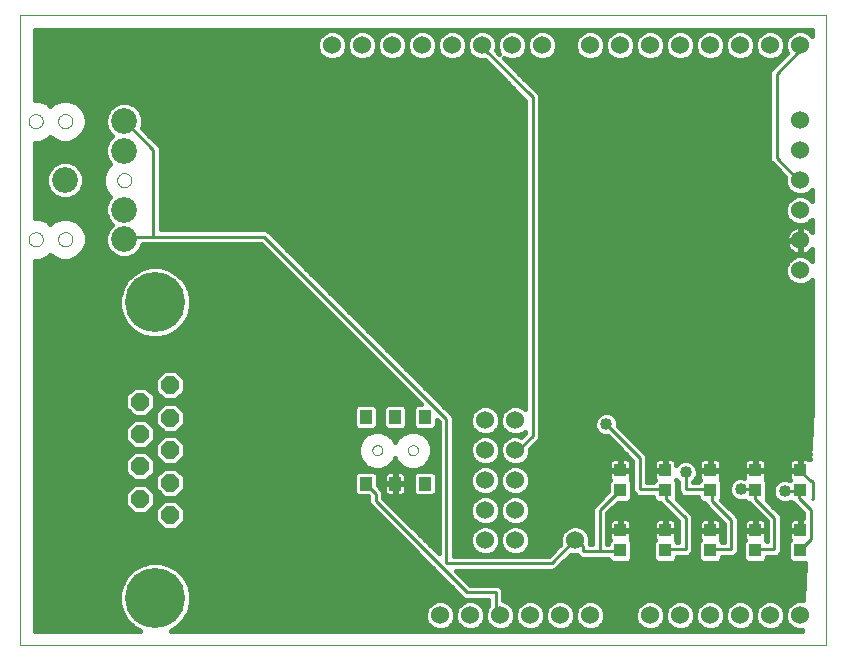
<source format=gtl>
G75*
G70*
%OFA0B0*%
%FSLAX24Y24*%
%IPPOS*%
%LPD*%
%AMOC8*
5,1,8,0,0,1.08239X$1,22.5*
%
%ADD10C,0.0000*%
%ADD11OC8,0.0600*%
%ADD12C,0.2000*%
%ADD13C,0.0600*%
%ADD14R,0.0394X0.0433*%
%ADD15R,0.0394X0.0453*%
%ADD16C,0.0860*%
%ADD17C,0.0100*%
%ADD18C,0.0400*%
%ADD19C,0.0160*%
D10*
X002699Y000689D02*
X002699Y021685D01*
X029569Y021685D01*
X029569Y000689D01*
X002699Y000689D01*
X014441Y007189D02*
X014443Y007214D01*
X014449Y007239D01*
X014458Y007263D01*
X014471Y007285D01*
X014488Y007305D01*
X014507Y007322D01*
X014528Y007336D01*
X014552Y007346D01*
X014576Y007353D01*
X014602Y007356D01*
X014627Y007355D01*
X014652Y007350D01*
X014676Y007341D01*
X014699Y007329D01*
X014719Y007314D01*
X014737Y007295D01*
X014752Y007274D01*
X014763Y007251D01*
X014771Y007227D01*
X014775Y007202D01*
X014775Y007176D01*
X014771Y007151D01*
X014763Y007127D01*
X014752Y007104D01*
X014737Y007083D01*
X014719Y007064D01*
X014699Y007049D01*
X014676Y007037D01*
X014652Y007028D01*
X014627Y007023D01*
X014602Y007022D01*
X014576Y007025D01*
X014552Y007032D01*
X014528Y007042D01*
X014507Y007056D01*
X014488Y007073D01*
X014471Y007093D01*
X014458Y007115D01*
X014449Y007139D01*
X014443Y007164D01*
X014441Y007189D01*
X015622Y007189D02*
X015624Y007214D01*
X015630Y007239D01*
X015639Y007263D01*
X015652Y007285D01*
X015669Y007305D01*
X015688Y007322D01*
X015709Y007336D01*
X015733Y007346D01*
X015757Y007353D01*
X015783Y007356D01*
X015808Y007355D01*
X015833Y007350D01*
X015857Y007341D01*
X015880Y007329D01*
X015900Y007314D01*
X015918Y007295D01*
X015933Y007274D01*
X015944Y007251D01*
X015952Y007227D01*
X015956Y007202D01*
X015956Y007176D01*
X015952Y007151D01*
X015944Y007127D01*
X015933Y007104D01*
X015918Y007083D01*
X015900Y007064D01*
X015880Y007049D01*
X015857Y007037D01*
X015833Y007028D01*
X015808Y007023D01*
X015783Y007022D01*
X015757Y007025D01*
X015733Y007032D01*
X015709Y007042D01*
X015688Y007056D01*
X015669Y007073D01*
X015652Y007093D01*
X015639Y007115D01*
X015630Y007139D01*
X015624Y007164D01*
X015622Y007189D01*
X003963Y014221D02*
X003965Y014251D01*
X003971Y014281D01*
X003980Y014310D01*
X003993Y014337D01*
X004010Y014362D01*
X004029Y014385D01*
X004052Y014406D01*
X004077Y014423D01*
X004103Y014437D01*
X004132Y014447D01*
X004161Y014454D01*
X004191Y014457D01*
X004222Y014456D01*
X004252Y014451D01*
X004281Y014442D01*
X004308Y014430D01*
X004334Y014415D01*
X004358Y014396D01*
X004379Y014374D01*
X004397Y014350D01*
X004412Y014323D01*
X004423Y014295D01*
X004431Y014266D01*
X004435Y014236D01*
X004435Y014206D01*
X004431Y014176D01*
X004423Y014147D01*
X004412Y014119D01*
X004397Y014092D01*
X004379Y014068D01*
X004358Y014046D01*
X004334Y014027D01*
X004308Y014012D01*
X004281Y014000D01*
X004252Y013991D01*
X004222Y013986D01*
X004191Y013985D01*
X004161Y013988D01*
X004132Y013995D01*
X004103Y014005D01*
X004077Y014019D01*
X004052Y014036D01*
X004029Y014057D01*
X004010Y014080D01*
X003993Y014105D01*
X003980Y014132D01*
X003971Y014161D01*
X003965Y014191D01*
X003963Y014221D01*
X002979Y014221D02*
X002981Y014251D01*
X002987Y014281D01*
X002996Y014310D01*
X003009Y014337D01*
X003026Y014362D01*
X003045Y014385D01*
X003068Y014406D01*
X003093Y014423D01*
X003119Y014437D01*
X003148Y014447D01*
X003177Y014454D01*
X003207Y014457D01*
X003238Y014456D01*
X003268Y014451D01*
X003297Y014442D01*
X003324Y014430D01*
X003350Y014415D01*
X003374Y014396D01*
X003395Y014374D01*
X003413Y014350D01*
X003428Y014323D01*
X003439Y014295D01*
X003447Y014266D01*
X003451Y014236D01*
X003451Y014206D01*
X003447Y014176D01*
X003439Y014147D01*
X003428Y014119D01*
X003413Y014092D01*
X003395Y014068D01*
X003374Y014046D01*
X003350Y014027D01*
X003324Y014012D01*
X003297Y014000D01*
X003268Y013991D01*
X003238Y013986D01*
X003207Y013985D01*
X003177Y013988D01*
X003148Y013995D01*
X003119Y014005D01*
X003093Y014019D01*
X003068Y014036D01*
X003045Y014057D01*
X003026Y014080D01*
X003009Y014105D01*
X002996Y014132D01*
X002987Y014161D01*
X002981Y014191D01*
X002979Y014221D01*
X005931Y016189D02*
X005933Y016219D01*
X005939Y016249D01*
X005948Y016278D01*
X005961Y016305D01*
X005978Y016330D01*
X005997Y016353D01*
X006020Y016374D01*
X006045Y016391D01*
X006071Y016405D01*
X006100Y016415D01*
X006129Y016422D01*
X006159Y016425D01*
X006190Y016424D01*
X006220Y016419D01*
X006249Y016410D01*
X006276Y016398D01*
X006302Y016383D01*
X006326Y016364D01*
X006347Y016342D01*
X006365Y016318D01*
X006380Y016291D01*
X006391Y016263D01*
X006399Y016234D01*
X006403Y016204D01*
X006403Y016174D01*
X006399Y016144D01*
X006391Y016115D01*
X006380Y016087D01*
X006365Y016060D01*
X006347Y016036D01*
X006326Y016014D01*
X006302Y015995D01*
X006276Y015980D01*
X006249Y015968D01*
X006220Y015959D01*
X006190Y015954D01*
X006159Y015953D01*
X006129Y015956D01*
X006100Y015963D01*
X006071Y015973D01*
X006045Y015987D01*
X006020Y016004D01*
X005997Y016025D01*
X005978Y016048D01*
X005961Y016073D01*
X005948Y016100D01*
X005939Y016129D01*
X005933Y016159D01*
X005931Y016189D01*
X003963Y018158D02*
X003965Y018188D01*
X003971Y018218D01*
X003980Y018247D01*
X003993Y018274D01*
X004010Y018299D01*
X004029Y018322D01*
X004052Y018343D01*
X004077Y018360D01*
X004103Y018374D01*
X004132Y018384D01*
X004161Y018391D01*
X004191Y018394D01*
X004222Y018393D01*
X004252Y018388D01*
X004281Y018379D01*
X004308Y018367D01*
X004334Y018352D01*
X004358Y018333D01*
X004379Y018311D01*
X004397Y018287D01*
X004412Y018260D01*
X004423Y018232D01*
X004431Y018203D01*
X004435Y018173D01*
X004435Y018143D01*
X004431Y018113D01*
X004423Y018084D01*
X004412Y018056D01*
X004397Y018029D01*
X004379Y018005D01*
X004358Y017983D01*
X004334Y017964D01*
X004308Y017949D01*
X004281Y017937D01*
X004252Y017928D01*
X004222Y017923D01*
X004191Y017922D01*
X004161Y017925D01*
X004132Y017932D01*
X004103Y017942D01*
X004077Y017956D01*
X004052Y017973D01*
X004029Y017994D01*
X004010Y018017D01*
X003993Y018042D01*
X003980Y018069D01*
X003971Y018098D01*
X003965Y018128D01*
X003963Y018158D01*
X002979Y018158D02*
X002981Y018188D01*
X002987Y018218D01*
X002996Y018247D01*
X003009Y018274D01*
X003026Y018299D01*
X003045Y018322D01*
X003068Y018343D01*
X003093Y018360D01*
X003119Y018374D01*
X003148Y018384D01*
X003177Y018391D01*
X003207Y018394D01*
X003238Y018393D01*
X003268Y018388D01*
X003297Y018379D01*
X003324Y018367D01*
X003350Y018352D01*
X003374Y018333D01*
X003395Y018311D01*
X003413Y018287D01*
X003428Y018260D01*
X003439Y018232D01*
X003447Y018203D01*
X003451Y018173D01*
X003451Y018143D01*
X003447Y018113D01*
X003439Y018084D01*
X003428Y018056D01*
X003413Y018029D01*
X003395Y018005D01*
X003374Y017983D01*
X003350Y017964D01*
X003324Y017949D01*
X003297Y017937D01*
X003268Y017928D01*
X003238Y017923D01*
X003207Y017922D01*
X003177Y017925D01*
X003148Y017932D01*
X003119Y017942D01*
X003093Y017956D01*
X003068Y017973D01*
X003045Y017994D01*
X003026Y018017D01*
X003009Y018042D01*
X002996Y018069D01*
X002987Y018098D01*
X002981Y018128D01*
X002979Y018158D01*
D11*
X007699Y009349D03*
X006699Y008809D03*
X007699Y008269D03*
X006699Y007729D03*
X007699Y007189D03*
X006699Y006649D03*
X007699Y006109D03*
X006699Y005569D03*
X007699Y005029D03*
D12*
X007199Y002259D03*
X007199Y012119D03*
D13*
X018199Y008189D03*
X019199Y008189D03*
X019199Y007189D03*
X018199Y007189D03*
X018199Y006189D03*
X019199Y006189D03*
X019199Y005189D03*
X018199Y005189D03*
X018199Y004189D03*
X019199Y004189D03*
X021199Y004189D03*
X021699Y001689D03*
X020699Y001689D03*
X019699Y001689D03*
X018699Y001689D03*
X017699Y001689D03*
X016699Y001689D03*
X023699Y001689D03*
X024699Y001689D03*
X025699Y001689D03*
X026699Y001689D03*
X027699Y001689D03*
X028699Y001689D03*
X028699Y013189D03*
X028699Y014189D03*
X028699Y015189D03*
X028699Y016189D03*
X028699Y017189D03*
X028699Y018189D03*
X028699Y020689D03*
X027699Y020689D03*
X026699Y020689D03*
X025699Y020689D03*
X024699Y020689D03*
X023699Y020689D03*
X022699Y020689D03*
X021699Y020689D03*
X020099Y020689D03*
X019099Y020689D03*
X018099Y020689D03*
X017099Y020689D03*
X016099Y020689D03*
X015099Y020689D03*
X014099Y020689D03*
X013099Y020689D03*
D14*
X022699Y006524D03*
X022699Y005855D03*
X024199Y005855D03*
X024199Y006524D03*
X025699Y006524D03*
X025699Y005855D03*
X027199Y005855D03*
X027199Y006524D03*
X028699Y006524D03*
X028699Y005855D03*
X028699Y004524D03*
X028699Y003855D03*
X027199Y003855D03*
X027199Y004524D03*
X025699Y004524D03*
X025699Y003855D03*
X024199Y003855D03*
X024199Y004524D03*
X022699Y004524D03*
X022699Y003855D03*
D15*
X016183Y006077D03*
X015199Y006077D03*
X014215Y006077D03*
X014215Y008301D03*
X015199Y008301D03*
X016183Y008301D03*
D16*
X006167Y014221D03*
X006167Y015205D03*
X004199Y016189D03*
X006167Y017174D03*
X006167Y018158D03*
D17*
X006179Y018149D01*
X007139Y017189D01*
X007139Y014309D01*
X010819Y014309D01*
X016899Y008229D01*
X016899Y003429D01*
X020419Y003429D01*
X021139Y004149D01*
X021199Y004189D01*
X021219Y004229D01*
X021459Y003989D01*
X021459Y003829D01*
X022019Y003829D01*
X022019Y005189D01*
X022659Y005829D01*
X022699Y005855D01*
X023359Y005889D02*
X023359Y006929D01*
X022239Y008049D01*
X019779Y007669D02*
X019299Y007189D01*
X019199Y007189D01*
X019779Y007669D02*
X019779Y018949D01*
X018099Y020629D01*
X018099Y020689D01*
X027919Y019729D02*
X027919Y016929D01*
X028639Y016209D01*
X028699Y016189D01*
X027919Y019729D02*
X028639Y020449D01*
X028639Y020689D01*
X028699Y020689D01*
X028699Y006524D02*
X028739Y006469D01*
X029059Y006149D01*
X029089Y006161D01*
X029119Y006129D01*
X029119Y005569D01*
X029089Y005549D01*
X029059Y005189D02*
X028659Y005589D01*
X028659Y005829D01*
X028699Y005855D01*
X028659Y005829D02*
X028179Y005829D01*
X029059Y005189D02*
X029059Y004229D01*
X028739Y003909D01*
X028699Y003855D01*
X027839Y003889D02*
X027839Y004929D01*
X027199Y005569D01*
X027199Y005855D01*
X027199Y005889D01*
X026719Y005889D01*
X025759Y005809D02*
X025759Y005489D01*
X026399Y004849D01*
X026399Y003889D01*
X025759Y003889D01*
X025699Y003855D01*
X024879Y003889D02*
X024879Y004929D01*
X024239Y005569D01*
X024239Y005809D01*
X024199Y005855D01*
X024159Y005889D01*
X023359Y005889D01*
X024879Y005889D02*
X024879Y006449D01*
X024879Y005889D02*
X025679Y005889D01*
X025699Y005855D01*
X025759Y005809D01*
X024879Y003889D02*
X024239Y003889D01*
X024199Y003855D01*
X022699Y003855D02*
X022659Y003829D01*
X022019Y003829D01*
X021199Y004129D02*
X021199Y004189D01*
X018559Y002449D02*
X018559Y001809D01*
X018639Y001729D01*
X018699Y001689D01*
X018559Y002449D02*
X017599Y002449D01*
X014559Y005489D01*
X014559Y005729D01*
X014239Y006049D01*
X014215Y006077D01*
X007139Y014309D02*
X006179Y014309D01*
X006179Y014229D01*
X006167Y014221D01*
X027199Y003889D02*
X027199Y003855D01*
X027199Y003889D02*
X027839Y003889D01*
D18*
X028179Y005829D03*
X026719Y005889D03*
X024879Y006449D03*
X022239Y008049D03*
D19*
X022530Y008324D02*
X029077Y008324D01*
X029085Y008482D02*
X020029Y008482D01*
X020029Y008324D02*
X021948Y008324D01*
X021900Y008276D02*
X021839Y008129D01*
X021839Y007970D01*
X021900Y007823D01*
X022012Y007710D01*
X022159Y007649D01*
X022285Y007649D01*
X023109Y006826D01*
X023109Y005840D01*
X023147Y005748D01*
X023217Y005677D01*
X023309Y005639D01*
X023409Y005639D01*
X023802Y005639D01*
X023802Y005555D01*
X023919Y005438D01*
X024023Y005438D01*
X024027Y005428D01*
X024097Y005357D01*
X024629Y004826D01*
X024629Y004139D01*
X024596Y004139D01*
X024596Y004154D01*
X024545Y004205D01*
X024563Y004238D01*
X024576Y004284D01*
X024576Y004505D01*
X024218Y004505D01*
X024218Y004542D01*
X024576Y004542D01*
X024576Y004764D01*
X024563Y004810D01*
X024540Y004851D01*
X024506Y004884D01*
X024465Y004908D01*
X024419Y004920D01*
X024217Y004920D01*
X024217Y004543D01*
X024180Y004543D01*
X024180Y004920D01*
X023978Y004920D01*
X023933Y004908D01*
X023891Y004884D01*
X023858Y004851D01*
X023834Y004810D01*
X023822Y004764D01*
X023822Y004542D01*
X024180Y004542D01*
X024180Y004505D01*
X023822Y004505D01*
X023822Y004284D01*
X023834Y004238D01*
X023853Y004205D01*
X023802Y004154D01*
X023802Y003555D01*
X023919Y003438D01*
X024479Y003438D01*
X024596Y003555D01*
X024596Y003639D01*
X024829Y003639D01*
X024929Y003639D01*
X025020Y003677D01*
X025091Y003748D01*
X025129Y003840D01*
X025129Y004880D01*
X025129Y004979D01*
X025091Y005071D01*
X024596Y005566D01*
X024596Y006154D01*
X024545Y006205D01*
X024549Y006213D01*
X024629Y006134D01*
X024629Y005840D01*
X024667Y005748D01*
X024737Y005677D01*
X024829Y005639D01*
X024929Y005639D01*
X025302Y005639D01*
X025302Y005555D01*
X025419Y005438D01*
X025509Y005438D01*
X025547Y005348D01*
X025617Y005277D01*
X026149Y004746D01*
X026149Y004139D01*
X026096Y004139D01*
X026096Y004154D01*
X026045Y004205D01*
X026063Y004238D01*
X026076Y004284D01*
X026076Y004505D01*
X025718Y004505D01*
X025718Y004542D01*
X026076Y004542D01*
X026076Y004764D01*
X026063Y004810D01*
X026040Y004851D01*
X026006Y004884D01*
X025965Y004908D01*
X025919Y004920D01*
X025717Y004920D01*
X025717Y004543D01*
X025680Y004543D01*
X025680Y004920D01*
X025478Y004920D01*
X025433Y004908D01*
X025391Y004884D01*
X025358Y004851D01*
X025334Y004810D01*
X025322Y004764D01*
X025322Y004542D01*
X025680Y004542D01*
X025680Y004505D01*
X025322Y004505D01*
X025322Y004284D01*
X025334Y004238D01*
X025353Y004205D01*
X025302Y004154D01*
X025302Y003555D01*
X025419Y003438D01*
X025979Y003438D01*
X026096Y003555D01*
X026096Y003639D01*
X026349Y003639D01*
X026449Y003639D01*
X026540Y003677D01*
X026611Y003748D01*
X026649Y003840D01*
X026649Y004800D01*
X026649Y004899D01*
X026611Y004991D01*
X026071Y005531D01*
X026096Y005555D01*
X026096Y006154D01*
X026045Y006205D01*
X026063Y006238D01*
X026076Y006284D01*
X026076Y006505D01*
X025718Y006505D01*
X025718Y006542D01*
X026076Y006542D01*
X026076Y006764D01*
X026063Y006810D01*
X026040Y006851D01*
X026006Y006884D01*
X025965Y006908D01*
X025919Y006920D01*
X025717Y006920D01*
X025717Y006543D01*
X025680Y006543D01*
X025680Y006920D01*
X025478Y006920D01*
X025433Y006908D01*
X025391Y006884D01*
X025358Y006851D01*
X025334Y006810D01*
X025322Y006764D01*
X025322Y006542D01*
X025680Y006542D01*
X025680Y006505D01*
X025322Y006505D01*
X025322Y006284D01*
X025334Y006238D01*
X025353Y006205D01*
X025302Y006154D01*
X025302Y006139D01*
X025134Y006139D01*
X025218Y006223D01*
X025279Y006370D01*
X025279Y006529D01*
X025218Y006676D01*
X025105Y006788D01*
X024958Y006849D01*
X024799Y006849D01*
X024652Y006788D01*
X024576Y006712D01*
X024576Y006764D01*
X024563Y006810D01*
X024540Y006851D01*
X024506Y006884D01*
X024465Y006908D01*
X024419Y006920D01*
X024217Y006920D01*
X024217Y006543D01*
X024180Y006543D01*
X024180Y006920D01*
X023978Y006920D01*
X023933Y006908D01*
X023891Y006884D01*
X023858Y006851D01*
X023834Y006810D01*
X023822Y006764D01*
X023822Y006542D01*
X024180Y006542D01*
X024180Y006505D01*
X023822Y006505D01*
X023822Y006284D01*
X023834Y006238D01*
X023853Y006205D01*
X023802Y006154D01*
X023802Y006139D01*
X023609Y006139D01*
X023609Y006880D01*
X023609Y006979D01*
X023571Y007071D01*
X022639Y008003D01*
X022639Y008129D01*
X022578Y008276D01*
X022465Y008388D01*
X022318Y008449D01*
X022159Y008449D01*
X022012Y008388D01*
X021900Y008276D01*
X021854Y008165D02*
X020029Y008165D01*
X020029Y008007D02*
X021839Y008007D01*
X021889Y007848D02*
X020029Y007848D01*
X020029Y007719D02*
X020029Y018999D01*
X019991Y019091D01*
X019920Y019161D01*
X018817Y020265D01*
X018999Y020189D01*
X019198Y020189D01*
X019382Y020265D01*
X019523Y020406D01*
X019599Y020590D01*
X019675Y020406D01*
X019816Y020265D01*
X019999Y020189D01*
X020198Y020189D01*
X020382Y020265D01*
X020523Y020406D01*
X020599Y020590D01*
X020599Y020789D01*
X020523Y020972D01*
X020382Y021113D01*
X020198Y021189D01*
X019999Y021189D01*
X019816Y021113D01*
X019675Y020972D01*
X019599Y020789D01*
X019599Y020590D01*
X019599Y020789D01*
X019523Y020972D01*
X019382Y021113D01*
X019198Y021189D01*
X018999Y021189D01*
X018816Y021113D01*
X018675Y020972D01*
X018599Y020789D01*
X018599Y020590D01*
X018675Y020407D01*
X018567Y020514D01*
X018599Y020590D01*
X018599Y020789D01*
X018523Y020972D01*
X018382Y021113D01*
X018198Y021189D01*
X017999Y021189D01*
X017816Y021113D01*
X017675Y020972D01*
X017599Y020789D01*
X017599Y020590D01*
X017675Y020406D01*
X017816Y020265D01*
X017999Y020189D01*
X018185Y020189D01*
X019529Y018846D01*
X019529Y008566D01*
X019482Y008613D01*
X019298Y008689D01*
X019099Y008689D01*
X018916Y008613D01*
X018775Y008472D01*
X018699Y008289D01*
X018699Y008090D01*
X018775Y007906D01*
X018916Y007765D01*
X019099Y007689D01*
X018916Y007613D01*
X018775Y007472D01*
X018699Y007289D01*
X018699Y007090D01*
X018775Y006906D01*
X018916Y006765D01*
X019099Y006689D01*
X018916Y006613D01*
X018775Y006472D01*
X018699Y006289D01*
X018699Y006090D01*
X018775Y005906D01*
X018916Y005765D01*
X019099Y005689D01*
X018916Y005613D01*
X018775Y005472D01*
X018699Y005289D01*
X018699Y005090D01*
X018775Y004906D01*
X018916Y004765D01*
X019099Y004689D01*
X018916Y004613D01*
X018775Y004472D01*
X018699Y004289D01*
X018699Y004090D01*
X018775Y003906D01*
X018916Y003765D01*
X019099Y003689D01*
X019298Y003689D01*
X019482Y003765D01*
X019623Y003906D01*
X019699Y004090D01*
X019699Y004289D01*
X019623Y004472D01*
X019482Y004613D01*
X019298Y004689D01*
X019099Y004689D01*
X019298Y004689D01*
X019482Y004765D01*
X019623Y004906D01*
X019699Y005090D01*
X019699Y005289D01*
X019623Y005472D01*
X019482Y005613D01*
X019298Y005689D01*
X019099Y005689D01*
X019298Y005689D01*
X019482Y005765D01*
X019623Y005906D01*
X019699Y006090D01*
X019699Y006289D01*
X019623Y006472D01*
X019482Y006613D01*
X019298Y006689D01*
X019099Y006689D01*
X019298Y006689D01*
X019482Y006765D01*
X019623Y006906D01*
X019699Y007090D01*
X019699Y007236D01*
X019991Y007528D01*
X020029Y007620D01*
X020029Y007719D01*
X020029Y007690D02*
X022062Y007690D01*
X022404Y007531D02*
X019992Y007531D01*
X019836Y007372D02*
X022562Y007372D01*
X022721Y007214D02*
X019699Y007214D01*
X019685Y007055D02*
X022879Y007055D01*
X022919Y006920D02*
X022717Y006920D01*
X022717Y006543D01*
X022680Y006543D01*
X022680Y006920D01*
X022478Y006920D01*
X022433Y006908D01*
X022391Y006884D01*
X022358Y006851D01*
X022334Y006810D01*
X022322Y006764D01*
X022322Y006542D01*
X022680Y006542D01*
X022680Y006505D01*
X022322Y006505D01*
X022322Y006284D01*
X022334Y006238D01*
X022353Y006205D01*
X022302Y006154D01*
X022302Y005826D01*
X021877Y005401D01*
X021807Y005331D01*
X021769Y005239D01*
X021769Y004079D01*
X021694Y004079D01*
X021699Y004090D01*
X021699Y004289D01*
X021623Y004472D01*
X021482Y004613D01*
X021298Y004689D01*
X021099Y004689D01*
X020916Y004613D01*
X020775Y004472D01*
X020699Y004289D01*
X020699Y004090D01*
X020707Y004071D01*
X020315Y003679D01*
X017149Y003679D01*
X017149Y008180D01*
X017149Y008279D01*
X017111Y008371D01*
X011031Y014451D01*
X010960Y014521D01*
X010869Y014559D01*
X007389Y014559D01*
X007389Y017239D01*
X007351Y017331D01*
X007280Y017401D01*
X006754Y017928D01*
X006797Y018032D01*
X006797Y018283D01*
X006701Y018515D01*
X006524Y018692D01*
X006293Y018788D01*
X006042Y018788D01*
X005811Y018692D01*
X005633Y018515D01*
X005537Y018283D01*
X005537Y018032D01*
X005633Y017801D01*
X005769Y017666D01*
X005633Y017530D01*
X005537Y017299D01*
X005537Y017048D01*
X005633Y016817D01*
X005708Y016742D01*
X005560Y016595D01*
X005451Y016332D01*
X005451Y016047D01*
X005560Y015784D01*
X005708Y015636D01*
X005633Y015562D01*
X005537Y015330D01*
X005537Y015080D01*
X005633Y014848D01*
X005769Y014713D01*
X005633Y014578D01*
X005537Y014346D01*
X005537Y014095D01*
X005633Y013864D01*
X005811Y013687D01*
X006042Y013591D01*
X006293Y013591D01*
X006524Y013687D01*
X006701Y013864D01*
X006782Y014059D01*
X007089Y014059D01*
X007189Y014059D01*
X010715Y014059D01*
X016047Y008728D01*
X015903Y008728D01*
X015786Y008611D01*
X015786Y007992D01*
X015903Y007875D01*
X016463Y007875D01*
X016580Y007992D01*
X016580Y008195D01*
X016649Y008126D01*
X016649Y003753D01*
X014809Y005593D01*
X014809Y005680D01*
X014809Y005779D01*
X014771Y005871D01*
X014611Y006030D01*
X014611Y006386D01*
X014494Y006503D01*
X013935Y006503D01*
X013818Y006386D01*
X013818Y005768D01*
X013935Y005651D01*
X014284Y005651D01*
X014309Y005626D01*
X014309Y005539D01*
X014309Y005440D01*
X014347Y005348D01*
X017387Y002308D01*
X017387Y002308D01*
X017457Y002237D01*
X017549Y002199D01*
X018309Y002199D01*
X018309Y002006D01*
X018275Y001972D01*
X018199Y001789D01*
X018199Y001590D01*
X018275Y001406D01*
X018416Y001265D01*
X018599Y001189D01*
X017798Y001189D01*
X017982Y001265D01*
X018123Y001406D01*
X018199Y001590D01*
X018199Y001789D01*
X018123Y001972D01*
X017982Y002113D01*
X017798Y002189D01*
X017599Y002189D01*
X017416Y002113D01*
X017275Y001972D01*
X017199Y001789D01*
X017199Y001590D01*
X017275Y001406D01*
X017416Y001265D01*
X017599Y001189D01*
X016798Y001189D01*
X016982Y001265D01*
X017123Y001406D01*
X017199Y001590D01*
X017199Y001789D01*
X017123Y001972D01*
X016982Y002113D01*
X016798Y002189D01*
X016599Y002189D01*
X016416Y002113D01*
X016275Y001972D01*
X016199Y001789D01*
X016199Y001590D01*
X016275Y001406D01*
X016416Y001265D01*
X016599Y001189D01*
X007745Y001189D01*
X007711Y001169D02*
X007936Y001299D01*
X008159Y001522D01*
X008317Y001796D01*
X008399Y002101D01*
X008399Y002417D01*
X008317Y002722D01*
X008159Y002996D01*
X007936Y003219D01*
X007662Y003377D01*
X007357Y003459D01*
X007041Y003459D01*
X006736Y003377D01*
X006462Y003219D01*
X006239Y002996D01*
X006081Y002722D01*
X005999Y002417D01*
X005999Y002101D01*
X006081Y001796D01*
X006239Y001522D01*
X006462Y001299D01*
X006687Y001169D01*
X003179Y001169D01*
X003179Y013505D01*
X003357Y013505D01*
X003620Y013614D01*
X003707Y013700D01*
X003793Y013614D01*
X004056Y013505D01*
X004341Y013505D01*
X004605Y013614D01*
X004806Y013815D01*
X004915Y014078D01*
X004915Y014363D01*
X004806Y014626D01*
X004605Y014828D01*
X004341Y014937D01*
X004056Y014937D01*
X003793Y014828D01*
X003707Y014741D01*
X003620Y014828D01*
X003357Y014937D01*
X003179Y014937D01*
X003179Y017442D01*
X003357Y017442D01*
X003620Y017551D01*
X003707Y017637D01*
X003793Y017551D01*
X004056Y017442D01*
X004341Y017442D01*
X004605Y017551D01*
X004806Y017752D01*
X004915Y018015D01*
X004915Y018300D01*
X004806Y018563D01*
X004605Y018765D01*
X004341Y018874D01*
X004056Y018874D01*
X003793Y018765D01*
X003707Y018679D01*
X003620Y018765D01*
X003357Y018874D01*
X003179Y018874D01*
X003179Y021205D01*
X029089Y021205D01*
X029089Y021006D01*
X028982Y021113D01*
X028798Y021189D01*
X028599Y021189D01*
X028416Y021113D01*
X028275Y020972D01*
X028199Y020789D01*
X028199Y020590D01*
X028265Y020429D01*
X027707Y019871D01*
X027669Y019779D01*
X027669Y019680D01*
X027669Y016880D01*
X027707Y016788D01*
X027777Y016717D01*
X028201Y016294D01*
X028199Y016289D01*
X028199Y016090D01*
X028275Y015906D01*
X028416Y015765D01*
X028599Y015689D01*
X028416Y015613D01*
X028275Y015472D01*
X028199Y015289D01*
X028199Y015090D01*
X028275Y014906D01*
X028416Y014765D01*
X028599Y014689D01*
X028798Y014689D01*
X028982Y014765D01*
X029089Y014872D01*
X029089Y014469D01*
X029065Y014502D01*
X029012Y014555D01*
X028950Y014600D01*
X028883Y014634D01*
X028811Y014657D01*
X028737Y014669D01*
X028719Y014669D01*
X028719Y014210D01*
X028679Y014210D01*
X028679Y014669D01*
X028661Y014669D01*
X028586Y014657D01*
X028515Y014634D01*
X028447Y014600D01*
X028386Y014555D01*
X028333Y014502D01*
X028288Y014441D01*
X028254Y014374D01*
X028231Y014302D01*
X028219Y014227D01*
X028219Y014209D01*
X028679Y014209D01*
X028679Y014169D01*
X028719Y014169D01*
X028719Y013709D01*
X028737Y013709D01*
X028811Y013721D01*
X028883Y013744D01*
X028950Y013779D01*
X029012Y013823D01*
X029065Y013877D01*
X029089Y013910D01*
X029089Y013506D01*
X028982Y013613D01*
X028798Y013689D01*
X028599Y013689D01*
X028416Y013613D01*
X028275Y013472D01*
X028199Y013289D01*
X028199Y013090D01*
X028275Y012906D01*
X028416Y012765D01*
X028599Y012689D01*
X028798Y012689D01*
X028982Y012765D01*
X029089Y012872D01*
X029089Y008577D01*
X029010Y006881D01*
X029006Y006884D01*
X028965Y006908D01*
X028919Y006920D01*
X028717Y006920D01*
X028717Y006543D01*
X028680Y006543D01*
X028680Y006920D01*
X028478Y006920D01*
X028433Y006908D01*
X028391Y006884D01*
X028358Y006851D01*
X028334Y006810D01*
X028322Y006764D01*
X028322Y006542D01*
X028680Y006542D01*
X028680Y006505D01*
X028322Y006505D01*
X028322Y006284D01*
X028334Y006238D01*
X028353Y006205D01*
X028342Y006194D01*
X028258Y006229D01*
X028099Y006229D01*
X027952Y006168D01*
X027840Y006056D01*
X027779Y005909D01*
X027779Y005750D01*
X027840Y005603D01*
X027952Y005490D01*
X028099Y005429D01*
X028258Y005429D01*
X028378Y005479D01*
X028419Y005438D01*
X028457Y005438D01*
X028517Y005377D01*
X028809Y005086D01*
X028809Y004920D01*
X028717Y004920D01*
X028717Y004543D01*
X028680Y004543D01*
X028680Y004920D01*
X028478Y004920D01*
X028433Y004908D01*
X028391Y004884D01*
X028358Y004851D01*
X028334Y004810D01*
X028322Y004764D01*
X028322Y004542D01*
X028680Y004542D01*
X028680Y004505D01*
X028322Y004505D01*
X028322Y004284D01*
X028334Y004238D01*
X028353Y004205D01*
X028302Y004154D01*
X028302Y003555D01*
X028419Y003438D01*
X028850Y003438D01*
X028792Y002189D01*
X028599Y002189D01*
X028416Y002113D01*
X028275Y001972D01*
X028199Y001789D01*
X028199Y001590D01*
X028275Y001406D01*
X028416Y001265D01*
X028599Y001189D01*
X027798Y001189D01*
X027982Y001265D01*
X028123Y001406D01*
X028199Y001590D01*
X028199Y001789D01*
X028123Y001972D01*
X027982Y002113D01*
X027798Y002189D01*
X027599Y002189D01*
X027416Y002113D01*
X027275Y001972D01*
X027199Y001789D01*
X027199Y001590D01*
X027275Y001406D01*
X027416Y001265D01*
X027599Y001189D01*
X026798Y001189D01*
X026982Y001265D01*
X027123Y001406D01*
X027199Y001590D01*
X027199Y001789D01*
X027123Y001972D01*
X026982Y002113D01*
X026798Y002189D01*
X026599Y002189D01*
X026416Y002113D01*
X026275Y001972D01*
X026199Y001789D01*
X026199Y001590D01*
X026275Y001406D01*
X026416Y001265D01*
X026599Y001189D01*
X025798Y001189D01*
X025982Y001265D01*
X026123Y001406D01*
X026199Y001590D01*
X026199Y001789D01*
X026123Y001972D01*
X025982Y002113D01*
X025798Y002189D01*
X025599Y002189D01*
X025416Y002113D01*
X025275Y001972D01*
X025199Y001789D01*
X025199Y001590D01*
X025275Y001406D01*
X025416Y001265D01*
X025599Y001189D01*
X024798Y001189D01*
X024982Y001265D01*
X025123Y001406D01*
X025199Y001590D01*
X025199Y001789D01*
X025123Y001972D01*
X024982Y002113D01*
X024798Y002189D01*
X024599Y002189D01*
X024416Y002113D01*
X024275Y001972D01*
X024199Y001789D01*
X024199Y001590D01*
X024275Y001406D01*
X024416Y001265D01*
X024599Y001189D01*
X023798Y001189D01*
X023982Y001265D01*
X024123Y001406D01*
X024199Y001590D01*
X024199Y001789D01*
X024123Y001972D01*
X023982Y002113D01*
X023798Y002189D01*
X023599Y002189D01*
X023416Y002113D01*
X023275Y001972D01*
X023199Y001789D01*
X023199Y001590D01*
X023275Y001406D01*
X023416Y001265D01*
X023599Y001189D01*
X021798Y001189D01*
X021982Y001265D01*
X022123Y001406D01*
X022199Y001590D01*
X022199Y001789D01*
X022123Y001972D01*
X021982Y002113D01*
X021798Y002189D01*
X021599Y002189D01*
X021416Y002113D01*
X021275Y001972D01*
X021199Y001789D01*
X021199Y001590D01*
X021275Y001406D01*
X021416Y001265D01*
X021599Y001189D01*
X020798Y001189D01*
X020982Y001265D01*
X021123Y001406D01*
X021199Y001590D01*
X021199Y001789D01*
X021123Y001972D01*
X020982Y002113D01*
X020798Y002189D01*
X020599Y002189D01*
X020416Y002113D01*
X020275Y001972D01*
X020199Y001789D01*
X020199Y001590D01*
X020275Y001406D01*
X020416Y001265D01*
X020599Y001189D01*
X019798Y001189D01*
X019982Y001265D01*
X020123Y001406D01*
X020199Y001590D01*
X020199Y001789D01*
X020123Y001972D01*
X019982Y002113D01*
X019798Y002189D01*
X019599Y002189D01*
X019416Y002113D01*
X019275Y001972D01*
X019199Y001789D01*
X019199Y001590D01*
X019275Y001406D01*
X019416Y001265D01*
X019599Y001189D01*
X018798Y001189D01*
X018982Y001265D01*
X019123Y001406D01*
X019199Y001590D01*
X019199Y001789D01*
X019123Y001972D01*
X018982Y002113D01*
X018809Y002185D01*
X018809Y002499D01*
X018771Y002591D01*
X018700Y002661D01*
X018609Y002699D01*
X018509Y002699D01*
X017702Y002699D01*
X017222Y003179D01*
X020469Y003179D01*
X020560Y003217D01*
X020631Y003288D01*
X021052Y003709D01*
X021099Y003689D01*
X021246Y003689D01*
X021247Y003688D01*
X021317Y003617D01*
X021409Y003579D01*
X021509Y003579D01*
X021969Y003579D01*
X022069Y003579D01*
X022302Y003579D01*
X022302Y003555D01*
X022419Y003438D01*
X022979Y003438D01*
X023096Y003555D01*
X023096Y004154D01*
X023045Y004205D01*
X023063Y004238D01*
X023076Y004284D01*
X023076Y004505D01*
X022718Y004505D01*
X022718Y004542D01*
X023076Y004542D01*
X023076Y004764D01*
X023063Y004810D01*
X023040Y004851D01*
X023006Y004884D01*
X022965Y004908D01*
X022919Y004920D01*
X022717Y004920D01*
X022717Y004543D01*
X022680Y004543D01*
X022680Y004920D01*
X022478Y004920D01*
X022433Y004908D01*
X022391Y004884D01*
X022358Y004851D01*
X022334Y004810D01*
X022322Y004764D01*
X022322Y004542D01*
X022680Y004542D01*
X022680Y004505D01*
X022322Y004505D01*
X022322Y004284D01*
X022334Y004238D01*
X022353Y004205D01*
X022302Y004154D01*
X022302Y004079D01*
X022269Y004079D01*
X022269Y005086D01*
X022621Y005438D01*
X022979Y005438D01*
X023096Y005555D01*
X023096Y006154D01*
X023045Y006205D01*
X023063Y006238D01*
X023076Y006284D01*
X023076Y006505D01*
X022718Y006505D01*
X022718Y006542D01*
X023076Y006542D01*
X023076Y006764D01*
X023063Y006810D01*
X023040Y006851D01*
X023006Y006884D01*
X022965Y006908D01*
X022919Y006920D01*
X022985Y006897D02*
X023038Y006897D01*
X023076Y006738D02*
X023109Y006738D01*
X023109Y006580D02*
X023076Y006580D01*
X023076Y006421D02*
X023109Y006421D01*
X023109Y006263D02*
X023070Y006263D01*
X023096Y006104D02*
X023109Y006104D01*
X023096Y005946D02*
X023109Y005946D01*
X023096Y005787D02*
X023131Y005787D01*
X023096Y005629D02*
X023802Y005629D01*
X023887Y005470D02*
X023010Y005470D01*
X022495Y005311D02*
X024143Y005311D01*
X024302Y005153D02*
X022336Y005153D01*
X022269Y004994D02*
X024460Y004994D01*
X024549Y004836D02*
X024619Y004836D01*
X024629Y004677D02*
X024576Y004677D01*
X024629Y004519D02*
X024218Y004519D01*
X024180Y004519D02*
X022718Y004519D01*
X022680Y004519D02*
X022269Y004519D01*
X022269Y004677D02*
X022322Y004677D01*
X022349Y004836D02*
X022269Y004836D01*
X022680Y004836D02*
X022717Y004836D01*
X022717Y004677D02*
X022680Y004677D01*
X023076Y004677D02*
X023822Y004677D01*
X023849Y004836D02*
X023049Y004836D01*
X023076Y004360D02*
X023822Y004360D01*
X023850Y004202D02*
X023048Y004202D01*
X023096Y004043D02*
X023802Y004043D01*
X023802Y003885D02*
X023096Y003885D01*
X023096Y003726D02*
X023802Y003726D01*
X023802Y003567D02*
X023096Y003567D01*
X022302Y003567D02*
X020911Y003567D01*
X020752Y003409D02*
X028849Y003409D01*
X028841Y003250D02*
X020593Y003250D01*
X020362Y003726D02*
X019387Y003726D01*
X019601Y003885D02*
X020521Y003885D01*
X020679Y004043D02*
X019679Y004043D01*
X019699Y004202D02*
X020699Y004202D01*
X020729Y004360D02*
X019669Y004360D01*
X019577Y004519D02*
X020821Y004519D01*
X021070Y004677D02*
X019327Y004677D01*
X019070Y004677D02*
X018327Y004677D01*
X018298Y004689D02*
X018099Y004689D01*
X017916Y004613D01*
X017775Y004472D01*
X017699Y004289D01*
X017699Y004090D01*
X017775Y003906D01*
X017916Y003765D01*
X018099Y003689D01*
X018298Y003689D01*
X018482Y003765D01*
X018623Y003906D01*
X018699Y004090D01*
X018699Y004289D01*
X018623Y004472D01*
X018482Y004613D01*
X018298Y004689D01*
X018482Y004765D01*
X018623Y004906D01*
X018699Y005090D01*
X018699Y005289D01*
X018623Y005472D01*
X018482Y005613D01*
X018298Y005689D01*
X018099Y005689D01*
X017916Y005613D01*
X017775Y005472D01*
X017699Y005289D01*
X017699Y005090D01*
X017775Y004906D01*
X017916Y004765D01*
X018099Y004689D01*
X018298Y004689D01*
X018070Y004677D02*
X017149Y004677D01*
X017149Y004519D02*
X017821Y004519D01*
X017729Y004360D02*
X017149Y004360D01*
X017149Y004202D02*
X017699Y004202D01*
X017718Y004043D02*
X017149Y004043D01*
X017149Y003885D02*
X017797Y003885D01*
X018011Y003726D02*
X017149Y003726D01*
X016649Y003885D02*
X016517Y003885D01*
X016649Y004043D02*
X016359Y004043D01*
X016200Y004202D02*
X016649Y004202D01*
X016649Y004360D02*
X016041Y004360D01*
X015883Y004519D02*
X016649Y004519D01*
X016649Y004677D02*
X015724Y004677D01*
X015566Y004836D02*
X016649Y004836D01*
X016649Y004994D02*
X015407Y004994D01*
X015249Y005153D02*
X016649Y005153D01*
X016649Y005311D02*
X015090Y005311D01*
X014932Y005470D02*
X016649Y005470D01*
X016649Y005629D02*
X014809Y005629D01*
X014891Y005707D02*
X014933Y005683D01*
X014978Y005671D01*
X015180Y005671D01*
X015180Y006058D01*
X015217Y006058D01*
X015217Y005671D01*
X015419Y005671D01*
X015465Y005683D01*
X015506Y005707D01*
X015540Y005740D01*
X015563Y005781D01*
X015576Y005827D01*
X015576Y006059D01*
X015218Y006059D01*
X015218Y006096D01*
X015576Y006096D01*
X015576Y006327D01*
X015563Y006373D01*
X015540Y006414D01*
X015506Y006447D01*
X015465Y006471D01*
X015419Y006483D01*
X015217Y006483D01*
X015217Y006096D01*
X015180Y006096D01*
X015180Y006483D01*
X014978Y006483D01*
X014933Y006471D01*
X014891Y006447D01*
X014858Y006414D01*
X014834Y006373D01*
X014822Y006327D01*
X014822Y006096D01*
X015180Y006096D01*
X015180Y006059D01*
X014822Y006059D01*
X014822Y005827D01*
X014834Y005781D01*
X014858Y005740D01*
X014891Y005707D01*
X014833Y005787D02*
X014806Y005787D01*
X014822Y005946D02*
X014696Y005946D01*
X014611Y006104D02*
X014822Y006104D01*
X014822Y006263D02*
X014611Y006263D01*
X014577Y006421D02*
X014865Y006421D01*
X014828Y006580D02*
X015569Y006580D01*
X015661Y006542D02*
X015918Y006542D01*
X016156Y006641D01*
X016338Y006823D01*
X016437Y007061D01*
X016437Y007318D01*
X016338Y007556D01*
X016156Y007738D01*
X015918Y007837D01*
X015661Y007837D01*
X015423Y007738D01*
X015241Y007556D01*
X015199Y007455D01*
X015157Y007556D01*
X014975Y007738D01*
X014737Y007837D01*
X014480Y007837D01*
X014242Y007738D01*
X014060Y007556D01*
X013961Y007318D01*
X013961Y007061D01*
X014060Y006823D01*
X014242Y006641D01*
X014480Y006542D01*
X014737Y006542D01*
X014975Y006641D01*
X015157Y006823D01*
X015199Y006924D01*
X015241Y006823D01*
X015423Y006641D01*
X015661Y006542D01*
X015533Y006421D02*
X015821Y006421D01*
X015786Y006386D02*
X015903Y006503D01*
X016463Y006503D01*
X016580Y006386D01*
X016580Y005768D01*
X016463Y005651D01*
X015903Y005651D01*
X015786Y005768D01*
X015786Y006386D01*
X015786Y006263D02*
X015576Y006263D01*
X015576Y006104D02*
X015786Y006104D01*
X015786Y005946D02*
X015576Y005946D01*
X015565Y005787D02*
X015786Y005787D01*
X015217Y005787D02*
X015180Y005787D01*
X015180Y005946D02*
X015217Y005946D01*
X015217Y006104D02*
X015180Y006104D01*
X015180Y006263D02*
X015217Y006263D01*
X015217Y006421D02*
X015180Y006421D01*
X015073Y006738D02*
X015325Y006738D01*
X015210Y006897D02*
X015188Y006897D01*
X015167Y007531D02*
X015230Y007531D01*
X015374Y007690D02*
X015023Y007690D01*
X014919Y007875D02*
X015479Y007875D01*
X015596Y007992D01*
X015596Y008611D01*
X015479Y008728D01*
X014919Y008728D01*
X014802Y008611D01*
X014802Y007992D01*
X014919Y007875D01*
X014802Y008007D02*
X014611Y008007D01*
X014611Y007992D02*
X014611Y008611D01*
X014494Y008728D01*
X013935Y008728D01*
X013818Y008611D01*
X013818Y007992D01*
X013935Y007875D01*
X014494Y007875D01*
X014611Y007992D01*
X014611Y008165D02*
X014802Y008165D01*
X014802Y008324D02*
X014611Y008324D01*
X014611Y008482D02*
X014802Y008482D01*
X014832Y008641D02*
X014581Y008641D01*
X013848Y008641D02*
X008034Y008641D01*
X007906Y008769D02*
X007492Y008769D01*
X007199Y008476D01*
X007199Y008062D01*
X007492Y007769D01*
X007906Y007769D01*
X008199Y008062D01*
X008199Y008476D01*
X007906Y008769D01*
X007906Y008849D02*
X008199Y009142D01*
X008199Y009556D01*
X007906Y009849D01*
X007492Y009849D01*
X007199Y009556D01*
X007199Y009142D01*
X007492Y008849D01*
X007906Y008849D01*
X008015Y008958D02*
X015817Y008958D01*
X015975Y008799D02*
X007199Y008799D01*
X007199Y008641D02*
X007363Y008641D01*
X007199Y008602D02*
X006906Y008309D01*
X006492Y008309D01*
X006199Y008602D01*
X006199Y009016D01*
X006492Y009309D01*
X006906Y009309D01*
X007199Y009016D01*
X007199Y008602D01*
X007205Y008482D02*
X007079Y008482D01*
X007199Y008324D02*
X006920Y008324D01*
X006906Y008229D02*
X006492Y008229D01*
X006199Y007936D01*
X006199Y007522D01*
X006492Y007229D01*
X006906Y007229D01*
X007199Y007522D01*
X007199Y007936D01*
X006906Y008229D01*
X006970Y008165D02*
X007199Y008165D01*
X007254Y008007D02*
X007129Y008007D01*
X007199Y007848D02*
X007413Y007848D01*
X007492Y007689D02*
X007199Y007396D01*
X007199Y006982D01*
X007492Y006689D01*
X007906Y006689D01*
X008199Y006982D01*
X008199Y007396D01*
X007906Y007689D01*
X007492Y007689D01*
X007334Y007531D02*
X007199Y007531D01*
X007199Y007372D02*
X007049Y007372D01*
X007199Y007214D02*
X003179Y007214D01*
X003179Y007372D02*
X006349Y007372D01*
X006199Y007531D02*
X003179Y007531D01*
X003179Y007690D02*
X006199Y007690D01*
X006199Y007848D02*
X003179Y007848D01*
X003179Y008007D02*
X006269Y008007D01*
X006428Y008165D02*
X003179Y008165D01*
X003179Y008324D02*
X006477Y008324D01*
X006319Y008482D02*
X003179Y008482D01*
X003179Y008641D02*
X006199Y008641D01*
X006199Y008799D02*
X003179Y008799D01*
X003179Y008958D02*
X006199Y008958D01*
X006299Y009116D02*
X003179Y009116D01*
X003179Y009275D02*
X006458Y009275D01*
X006940Y009275D02*
X007199Y009275D01*
X007199Y009434D02*
X003179Y009434D01*
X003179Y009592D02*
X007235Y009592D01*
X007393Y009751D02*
X003179Y009751D01*
X003179Y009909D02*
X014865Y009909D01*
X014707Y010068D02*
X003179Y010068D01*
X003179Y010226D02*
X014548Y010226D01*
X014390Y010385D02*
X003179Y010385D01*
X003179Y010543D02*
X014231Y010543D01*
X014073Y010702D02*
X003179Y010702D01*
X003179Y010860D02*
X013914Y010860D01*
X013756Y011019D02*
X007693Y011019D01*
X007662Y011001D02*
X007936Y011159D01*
X008159Y011382D01*
X008317Y011656D01*
X008399Y011961D01*
X008399Y012277D01*
X008317Y012582D01*
X008159Y012856D01*
X007936Y013079D01*
X007662Y013237D01*
X007357Y013319D01*
X007041Y013319D01*
X006736Y013237D01*
X006462Y013079D01*
X006239Y012856D01*
X006081Y012582D01*
X005999Y012277D01*
X005999Y011961D01*
X006081Y011656D01*
X006239Y011382D01*
X006462Y011159D01*
X006736Y011001D01*
X007041Y010919D01*
X007357Y010919D01*
X007662Y011001D01*
X007954Y011178D02*
X013597Y011178D01*
X013439Y011336D02*
X008113Y011336D01*
X008224Y011495D02*
X013280Y011495D01*
X013121Y011653D02*
X008315Y011653D01*
X008359Y011812D02*
X012963Y011812D01*
X012804Y011970D02*
X008399Y011970D01*
X008399Y012129D02*
X012646Y012129D01*
X012487Y012287D02*
X008396Y012287D01*
X008354Y012446D02*
X012329Y012446D01*
X012170Y012604D02*
X008304Y012604D01*
X008213Y012763D02*
X012012Y012763D01*
X011853Y012921D02*
X008094Y012921D01*
X007935Y013080D02*
X011695Y013080D01*
X011536Y013239D02*
X007658Y013239D01*
X006740Y013239D02*
X003179Y013239D01*
X003179Y013397D02*
X011378Y013397D01*
X011219Y013556D02*
X004465Y013556D01*
X004705Y013714D02*
X005783Y013714D01*
X005630Y013873D02*
X004830Y013873D01*
X004896Y014031D02*
X005564Y014031D01*
X005537Y014190D02*
X004915Y014190D01*
X004915Y014348D02*
X005538Y014348D01*
X005604Y014507D02*
X004856Y014507D01*
X004767Y014665D02*
X005721Y014665D01*
X005657Y014824D02*
X004609Y014824D01*
X003789Y014824D02*
X003624Y014824D01*
X003179Y014983D02*
X005578Y014983D01*
X005537Y015141D02*
X003179Y015141D01*
X003179Y015300D02*
X005537Y015300D01*
X005590Y015458D02*
X003179Y015458D01*
X003179Y015617D02*
X003935Y015617D01*
X003842Y015655D02*
X004074Y015559D01*
X004324Y015559D01*
X004556Y015655D01*
X004733Y015832D01*
X004829Y016064D01*
X004829Y016315D01*
X004733Y016546D01*
X004556Y016723D01*
X004324Y016819D01*
X004074Y016819D01*
X003842Y016723D01*
X003665Y016546D01*
X003569Y016315D01*
X003569Y016064D01*
X003665Y015832D01*
X003842Y015655D01*
X003722Y015775D02*
X003179Y015775D01*
X003179Y015934D02*
X003623Y015934D01*
X003569Y016092D02*
X003179Y016092D01*
X003179Y016251D02*
X003569Y016251D01*
X003608Y016409D02*
X003179Y016409D01*
X003179Y016568D02*
X003687Y016568D01*
X003850Y016727D02*
X003179Y016727D01*
X003179Y016885D02*
X005605Y016885D01*
X005539Y017044D02*
X003179Y017044D01*
X003179Y017202D02*
X005537Y017202D01*
X005563Y017361D02*
X003179Y017361D01*
X003545Y017519D02*
X003869Y017519D01*
X004529Y017519D02*
X005629Y017519D01*
X005756Y017678D02*
X004732Y017678D01*
X004841Y017836D02*
X005619Y017836D01*
X005553Y017995D02*
X004907Y017995D01*
X004915Y018153D02*
X005537Y018153D01*
X005549Y018312D02*
X004910Y018312D01*
X004845Y018471D02*
X005615Y018471D01*
X005748Y018629D02*
X004740Y018629D01*
X004550Y018788D02*
X006042Y018788D01*
X006293Y018788D02*
X019529Y018788D01*
X019529Y018629D02*
X006587Y018629D01*
X006720Y018471D02*
X019529Y018471D01*
X019529Y018312D02*
X006785Y018312D01*
X006797Y018153D02*
X019529Y018153D01*
X019529Y017995D02*
X006782Y017995D01*
X006845Y017836D02*
X019529Y017836D01*
X019529Y017678D02*
X007004Y017678D01*
X007162Y017519D02*
X019529Y017519D01*
X019529Y017361D02*
X007321Y017361D01*
X007389Y017202D02*
X019529Y017202D01*
X019529Y017044D02*
X007389Y017044D01*
X007389Y016885D02*
X019529Y016885D01*
X019529Y016727D02*
X007389Y016727D01*
X007389Y016568D02*
X019529Y016568D01*
X019529Y016409D02*
X007389Y016409D01*
X007389Y016251D02*
X019529Y016251D01*
X019529Y016092D02*
X007389Y016092D01*
X007389Y015934D02*
X019529Y015934D01*
X019529Y015775D02*
X007389Y015775D01*
X007389Y015617D02*
X019529Y015617D01*
X019529Y015458D02*
X007389Y015458D01*
X007389Y015300D02*
X019529Y015300D01*
X019529Y015141D02*
X007389Y015141D01*
X007389Y014983D02*
X019529Y014983D01*
X019529Y014824D02*
X007389Y014824D01*
X007389Y014665D02*
X019529Y014665D01*
X019529Y014507D02*
X010975Y014507D01*
X011133Y014348D02*
X019529Y014348D01*
X019529Y014190D02*
X011292Y014190D01*
X011450Y014031D02*
X019529Y014031D01*
X019529Y013873D02*
X011609Y013873D01*
X011767Y013714D02*
X019529Y013714D01*
X019529Y013556D02*
X011926Y013556D01*
X012085Y013397D02*
X019529Y013397D01*
X019529Y013239D02*
X012243Y013239D01*
X012402Y013080D02*
X019529Y013080D01*
X019529Y012921D02*
X012560Y012921D01*
X012719Y012763D02*
X019529Y012763D01*
X019529Y012604D02*
X012877Y012604D01*
X013036Y012446D02*
X019529Y012446D01*
X019529Y012287D02*
X013194Y012287D01*
X013353Y012129D02*
X019529Y012129D01*
X019529Y011970D02*
X013511Y011970D01*
X013670Y011812D02*
X019529Y011812D01*
X019529Y011653D02*
X013829Y011653D01*
X013987Y011495D02*
X019529Y011495D01*
X019529Y011336D02*
X014146Y011336D01*
X014304Y011178D02*
X019529Y011178D01*
X019529Y011019D02*
X014463Y011019D01*
X014621Y010860D02*
X019529Y010860D01*
X019529Y010702D02*
X014780Y010702D01*
X014938Y010543D02*
X019529Y010543D01*
X019529Y010385D02*
X015097Y010385D01*
X015255Y010226D02*
X019529Y010226D01*
X019529Y010068D02*
X015414Y010068D01*
X015572Y009909D02*
X019529Y009909D01*
X019529Y009751D02*
X015731Y009751D01*
X015890Y009592D02*
X019529Y009592D01*
X019529Y009434D02*
X016048Y009434D01*
X016207Y009275D02*
X019529Y009275D01*
X019529Y009116D02*
X016365Y009116D01*
X016524Y008958D02*
X019529Y008958D01*
X019529Y008799D02*
X016682Y008799D01*
X016841Y008641D02*
X017983Y008641D01*
X017916Y008613D02*
X017775Y008472D01*
X017699Y008289D01*
X017699Y008090D01*
X017775Y007906D01*
X017916Y007765D01*
X018099Y007689D01*
X017916Y007613D01*
X017775Y007472D01*
X017699Y007289D01*
X017699Y007090D01*
X017775Y006906D01*
X017916Y006765D01*
X018099Y006689D01*
X017916Y006613D01*
X017775Y006472D01*
X017699Y006289D01*
X017699Y006090D01*
X017775Y005906D01*
X017916Y005765D01*
X018099Y005689D01*
X018298Y005689D01*
X018482Y005765D01*
X018623Y005906D01*
X018699Y006090D01*
X018699Y006289D01*
X018623Y006472D01*
X018482Y006613D01*
X018298Y006689D01*
X018099Y006689D01*
X018298Y006689D01*
X018482Y006765D01*
X018623Y006906D01*
X018699Y007090D01*
X018699Y007289D01*
X018623Y007472D01*
X018482Y007613D01*
X018298Y007689D01*
X018099Y007689D01*
X018298Y007689D01*
X018482Y007765D01*
X018623Y007906D01*
X018699Y008090D01*
X018699Y008289D01*
X018623Y008472D01*
X018482Y008613D01*
X018298Y008689D01*
X018099Y008689D01*
X017916Y008613D01*
X017785Y008482D02*
X016999Y008482D01*
X017130Y008324D02*
X017713Y008324D01*
X017699Y008165D02*
X017149Y008165D01*
X017149Y008007D02*
X017733Y008007D01*
X017833Y007848D02*
X017149Y007848D01*
X017149Y007690D02*
X018099Y007690D01*
X018299Y007690D02*
X019099Y007690D01*
X019099Y007689D02*
X019298Y007689D01*
X019099Y007689D01*
X019298Y007689D02*
X019402Y007646D01*
X019529Y007773D01*
X019529Y007812D01*
X019482Y007765D01*
X019298Y007689D01*
X019299Y007690D02*
X019446Y007690D01*
X018834Y007531D02*
X018564Y007531D01*
X018664Y007372D02*
X018734Y007372D01*
X018699Y007214D02*
X018699Y007214D01*
X018685Y007055D02*
X018713Y007055D01*
X018784Y006897D02*
X018614Y006897D01*
X018417Y006738D02*
X018981Y006738D01*
X018882Y006580D02*
X018515Y006580D01*
X018644Y006421D02*
X018754Y006421D01*
X018699Y006263D02*
X018699Y006263D01*
X018699Y006104D02*
X018699Y006104D01*
X018639Y005946D02*
X018759Y005946D01*
X018894Y005787D02*
X018504Y005787D01*
X018445Y005629D02*
X018953Y005629D01*
X018774Y005470D02*
X018624Y005470D01*
X018689Y005311D02*
X018708Y005311D01*
X018699Y005153D02*
X018699Y005153D01*
X018659Y004994D02*
X018738Y004994D01*
X018845Y004836D02*
X018552Y004836D01*
X018577Y004519D02*
X018821Y004519D01*
X018729Y004360D02*
X018669Y004360D01*
X018699Y004202D02*
X018699Y004202D01*
X018679Y004043D02*
X018718Y004043D01*
X018797Y003885D02*
X018601Y003885D01*
X018387Y003726D02*
X019011Y003726D01*
X017627Y002775D02*
X028819Y002775D01*
X028827Y002933D02*
X017468Y002933D01*
X017310Y003092D02*
X028834Y003092D01*
X028812Y002616D02*
X018745Y002616D01*
X018809Y002458D02*
X028804Y002458D01*
X028797Y002299D02*
X018809Y002299D01*
X018916Y002141D02*
X019482Y002141D01*
X019285Y001982D02*
X019113Y001982D01*
X019184Y001823D02*
X019213Y001823D01*
X019199Y001665D02*
X019199Y001665D01*
X019164Y001506D02*
X019233Y001506D01*
X019333Y001348D02*
X019065Y001348D01*
X018798Y001189D02*
X018599Y001189D01*
X018333Y001348D02*
X018065Y001348D01*
X018164Y001506D02*
X018233Y001506D01*
X018199Y001665D02*
X018199Y001665D01*
X018184Y001823D02*
X018213Y001823D01*
X018285Y001982D02*
X018113Y001982D01*
X018309Y002141D02*
X017916Y002141D01*
X017482Y002141D02*
X016916Y002141D01*
X017113Y001982D02*
X017285Y001982D01*
X017213Y001823D02*
X017184Y001823D01*
X017199Y001665D02*
X017199Y001665D01*
X017164Y001506D02*
X017233Y001506D01*
X017333Y001348D02*
X017065Y001348D01*
X016798Y001189D02*
X016599Y001189D01*
X016333Y001348D02*
X007984Y001348D01*
X008143Y001506D02*
X016233Y001506D01*
X016199Y001665D02*
X008241Y001665D01*
X008324Y001823D02*
X016213Y001823D01*
X016285Y001982D02*
X008367Y001982D01*
X008399Y002141D02*
X016482Y002141D01*
X017078Y002616D02*
X008346Y002616D01*
X008388Y002458D02*
X017237Y002458D01*
X017396Y002299D02*
X008399Y002299D01*
X008287Y002775D02*
X016920Y002775D01*
X016761Y002933D02*
X008195Y002933D01*
X008063Y003092D02*
X016603Y003092D01*
X016444Y003250D02*
X007882Y003250D01*
X007545Y003409D02*
X016286Y003409D01*
X016127Y003567D02*
X003179Y003567D01*
X003179Y003409D02*
X006853Y003409D01*
X006516Y003250D02*
X003179Y003250D01*
X003179Y003092D02*
X006334Y003092D01*
X006202Y002933D02*
X003179Y002933D01*
X003179Y002775D02*
X006111Y002775D01*
X006052Y002616D02*
X003179Y002616D01*
X003179Y002458D02*
X006010Y002458D01*
X005999Y002299D02*
X003179Y002299D01*
X003179Y002141D02*
X005999Y002141D01*
X006031Y001982D02*
X003179Y001982D01*
X003179Y001823D02*
X006073Y001823D01*
X006156Y001665D02*
X003179Y001665D01*
X003179Y001506D02*
X006255Y001506D01*
X006413Y001348D02*
X003179Y001348D01*
X003179Y001189D02*
X006652Y001189D01*
X007711Y001169D02*
X028744Y001169D01*
X028745Y001189D01*
X028599Y001189D01*
X028333Y001348D02*
X028065Y001348D01*
X028164Y001506D02*
X028233Y001506D01*
X028199Y001665D02*
X028199Y001665D01*
X028184Y001823D02*
X028213Y001823D01*
X028285Y001982D02*
X028113Y001982D01*
X027916Y002141D02*
X028482Y002141D01*
X027482Y002141D02*
X026916Y002141D01*
X027113Y001982D02*
X027285Y001982D01*
X027213Y001823D02*
X027184Y001823D01*
X027199Y001665D02*
X027199Y001665D01*
X027164Y001506D02*
X027233Y001506D01*
X027333Y001348D02*
X027065Y001348D01*
X026798Y001189D02*
X026599Y001189D01*
X026333Y001348D02*
X026065Y001348D01*
X026164Y001506D02*
X026233Y001506D01*
X026199Y001665D02*
X026199Y001665D01*
X026184Y001823D02*
X026213Y001823D01*
X026285Y001982D02*
X026113Y001982D01*
X025916Y002141D02*
X026482Y002141D01*
X025482Y002141D02*
X024916Y002141D01*
X025113Y001982D02*
X025285Y001982D01*
X025213Y001823D02*
X025184Y001823D01*
X025199Y001665D02*
X025199Y001665D01*
X025164Y001506D02*
X025233Y001506D01*
X025333Y001348D02*
X025065Y001348D01*
X024798Y001189D02*
X024599Y001189D01*
X024333Y001348D02*
X024065Y001348D01*
X024164Y001506D02*
X024233Y001506D01*
X024199Y001665D02*
X024199Y001665D01*
X024184Y001823D02*
X024213Y001823D01*
X024285Y001982D02*
X024113Y001982D01*
X023916Y002141D02*
X024482Y002141D01*
X023482Y002141D02*
X021916Y002141D01*
X022113Y001982D02*
X023285Y001982D01*
X023213Y001823D02*
X022184Y001823D01*
X022199Y001665D02*
X023199Y001665D01*
X023233Y001506D02*
X022164Y001506D01*
X022065Y001348D02*
X023333Y001348D01*
X023599Y001189D02*
X023798Y001189D01*
X025599Y001189D02*
X025798Y001189D01*
X027599Y001189D02*
X027798Y001189D01*
X027479Y003438D02*
X026919Y003438D01*
X026802Y003555D01*
X026802Y004154D01*
X026853Y004205D01*
X026834Y004238D01*
X026822Y004284D01*
X026822Y004505D01*
X027180Y004505D01*
X027180Y004542D01*
X026822Y004542D01*
X026822Y004764D01*
X026834Y004810D01*
X026858Y004851D01*
X026891Y004884D01*
X026933Y004908D01*
X026978Y004920D01*
X027180Y004920D01*
X027180Y004543D01*
X027217Y004543D01*
X027217Y004920D01*
X027419Y004920D01*
X027465Y004908D01*
X027506Y004884D01*
X027540Y004851D01*
X027563Y004810D01*
X027576Y004764D01*
X027576Y004542D01*
X027218Y004542D01*
X027218Y004505D01*
X027576Y004505D01*
X027576Y004284D01*
X027563Y004238D01*
X027545Y004205D01*
X027589Y004161D01*
X027589Y004826D01*
X027057Y005357D01*
X026987Y005428D01*
X026983Y005438D01*
X026919Y005438D01*
X026848Y005510D01*
X026798Y005489D01*
X026639Y005489D01*
X026492Y005550D01*
X026380Y005663D01*
X026319Y005810D01*
X026319Y005969D01*
X026380Y006116D01*
X026492Y006228D01*
X026639Y006289D01*
X026798Y006289D01*
X026823Y006279D01*
X026822Y006284D01*
X026822Y006505D01*
X027180Y006505D01*
X027180Y006542D01*
X026822Y006542D01*
X026822Y006764D01*
X026834Y006810D01*
X026858Y006851D01*
X026891Y006884D01*
X026933Y006908D01*
X026978Y006920D01*
X027180Y006920D01*
X027180Y006543D01*
X027217Y006543D01*
X027217Y006920D01*
X027419Y006920D01*
X027465Y006908D01*
X027506Y006884D01*
X027540Y006851D01*
X027563Y006810D01*
X027576Y006764D01*
X027576Y006542D01*
X027218Y006542D01*
X027218Y006505D01*
X027576Y006505D01*
X027576Y006284D01*
X027563Y006238D01*
X027545Y006205D01*
X027596Y006154D01*
X027596Y005555D01*
X027581Y005541D01*
X028051Y005071D01*
X028089Y004979D01*
X028089Y004880D01*
X028089Y003840D01*
X028051Y003748D01*
X027980Y003677D01*
X027889Y003639D01*
X027789Y003639D01*
X027596Y003639D01*
X027596Y003555D01*
X027479Y003438D01*
X027596Y003567D02*
X028302Y003567D01*
X028302Y003726D02*
X028029Y003726D01*
X028089Y003885D02*
X028302Y003885D01*
X028302Y004043D02*
X028089Y004043D01*
X028089Y004202D02*
X028350Y004202D01*
X028322Y004360D02*
X028089Y004360D01*
X028089Y004519D02*
X028680Y004519D01*
X028680Y004677D02*
X028717Y004677D01*
X028717Y004836D02*
X028680Y004836D01*
X028809Y004994D02*
X028083Y004994D01*
X028089Y004836D02*
X028349Y004836D01*
X028322Y004677D02*
X028089Y004677D01*
X027589Y004677D02*
X027576Y004677D01*
X027579Y004836D02*
X027549Y004836D01*
X027420Y004994D02*
X026607Y004994D01*
X026649Y004836D02*
X026849Y004836D01*
X026822Y004677D02*
X026649Y004677D01*
X026649Y004519D02*
X027180Y004519D01*
X027218Y004519D02*
X027589Y004519D01*
X027576Y004360D02*
X027589Y004360D01*
X027589Y004202D02*
X027548Y004202D01*
X027217Y004677D02*
X027180Y004677D01*
X027180Y004836D02*
X027217Y004836D01*
X027262Y005153D02*
X026449Y005153D01*
X026290Y005311D02*
X027103Y005311D01*
X026887Y005470D02*
X026132Y005470D01*
X026096Y005629D02*
X026414Y005629D01*
X026328Y005787D02*
X026096Y005787D01*
X026096Y005946D02*
X026319Y005946D01*
X026375Y006104D02*
X026096Y006104D01*
X026070Y006263D02*
X026575Y006263D01*
X026822Y006421D02*
X026076Y006421D01*
X026076Y006580D02*
X026822Y006580D01*
X026822Y006738D02*
X026076Y006738D01*
X025985Y006897D02*
X026913Y006897D01*
X027180Y006897D02*
X027217Y006897D01*
X027217Y006738D02*
X027180Y006738D01*
X027180Y006580D02*
X027217Y006580D01*
X027576Y006580D02*
X028322Y006580D01*
X028322Y006738D02*
X027576Y006738D01*
X027485Y006897D02*
X028413Y006897D01*
X028680Y006897D02*
X028717Y006897D01*
X028717Y006738D02*
X028680Y006738D01*
X028680Y006580D02*
X028717Y006580D01*
X028322Y006421D02*
X027576Y006421D01*
X027570Y006263D02*
X028328Y006263D01*
X027888Y006104D02*
X027596Y006104D01*
X027596Y005946D02*
X027794Y005946D01*
X027779Y005787D02*
X027596Y005787D01*
X027596Y005629D02*
X027829Y005629D01*
X028001Y005470D02*
X027652Y005470D01*
X027810Y005311D02*
X028583Y005311D01*
X028742Y005153D02*
X027969Y005153D01*
X028357Y005470D02*
X028387Y005470D01*
X026822Y004360D02*
X026649Y004360D01*
X026649Y004202D02*
X026850Y004202D01*
X026802Y004043D02*
X026649Y004043D01*
X026649Y003885D02*
X026802Y003885D01*
X026802Y003726D02*
X026589Y003726D01*
X026802Y003567D02*
X026096Y003567D01*
X026048Y004202D02*
X026149Y004202D01*
X026149Y004360D02*
X026076Y004360D01*
X026149Y004519D02*
X025718Y004519D01*
X025680Y004519D02*
X025129Y004519D01*
X025129Y004677D02*
X025322Y004677D01*
X025349Y004836D02*
X025129Y004836D01*
X025123Y004994D02*
X025900Y004994D01*
X026049Y004836D02*
X026059Y004836D01*
X026076Y004677D02*
X026149Y004677D01*
X025717Y004677D02*
X025680Y004677D01*
X025680Y004836D02*
X025717Y004836D01*
X025742Y005153D02*
X025009Y005153D01*
X024850Y005311D02*
X025583Y005311D01*
X025387Y005470D02*
X024692Y005470D01*
X024596Y005629D02*
X025302Y005629D01*
X024651Y005787D02*
X024596Y005787D01*
X024596Y005946D02*
X024629Y005946D01*
X024629Y006104D02*
X024596Y006104D01*
X024217Y006580D02*
X024180Y006580D01*
X024180Y006738D02*
X024217Y006738D01*
X024217Y006897D02*
X024180Y006897D01*
X023913Y006897D02*
X023609Y006897D01*
X023609Y006738D02*
X023822Y006738D01*
X023822Y006580D02*
X023609Y006580D01*
X023609Y006421D02*
X023822Y006421D01*
X023828Y006263D02*
X023609Y006263D01*
X023577Y007055D02*
X029018Y007055D01*
X029011Y006897D02*
X028985Y006897D01*
X029026Y007214D02*
X023428Y007214D01*
X023269Y007372D02*
X029033Y007372D01*
X029040Y007531D02*
X023111Y007531D01*
X022952Y007690D02*
X029048Y007690D01*
X029055Y007848D02*
X022794Y007848D01*
X022639Y008007D02*
X029062Y008007D01*
X029070Y008165D02*
X022624Y008165D01*
X022680Y006897D02*
X022717Y006897D01*
X022717Y006738D02*
X022680Y006738D01*
X022680Y006580D02*
X022717Y006580D01*
X022322Y006580D02*
X019515Y006580D01*
X019417Y006738D02*
X022322Y006738D01*
X022413Y006897D02*
X019614Y006897D01*
X019644Y006421D02*
X022322Y006421D01*
X022328Y006263D02*
X019699Y006263D01*
X019699Y006104D02*
X022302Y006104D01*
X022302Y005946D02*
X019639Y005946D01*
X019504Y005787D02*
X022263Y005787D01*
X022105Y005629D02*
X019445Y005629D01*
X019624Y005470D02*
X021946Y005470D01*
X021799Y005311D02*
X019689Y005311D01*
X019699Y005153D02*
X021769Y005153D01*
X021769Y004994D02*
X019659Y004994D01*
X019552Y004836D02*
X021769Y004836D01*
X021769Y004677D02*
X021327Y004677D01*
X021577Y004519D02*
X021769Y004519D01*
X021769Y004360D02*
X021669Y004360D01*
X021699Y004202D02*
X021769Y004202D01*
X022269Y004202D02*
X022350Y004202D01*
X022322Y004360D02*
X022269Y004360D01*
X024180Y004677D02*
X024217Y004677D01*
X024217Y004836D02*
X024180Y004836D01*
X024576Y004360D02*
X024629Y004360D01*
X024629Y004202D02*
X024548Y004202D01*
X025129Y004202D02*
X025350Y004202D01*
X025322Y004360D02*
X025129Y004360D01*
X025129Y004043D02*
X025302Y004043D01*
X025302Y003885D02*
X025129Y003885D01*
X025069Y003726D02*
X025302Y003726D01*
X025302Y003567D02*
X024596Y003567D01*
X021482Y002141D02*
X020916Y002141D01*
X021113Y001982D02*
X021285Y001982D01*
X021213Y001823D02*
X021184Y001823D01*
X021199Y001665D02*
X021199Y001665D01*
X021164Y001506D02*
X021233Y001506D01*
X021333Y001348D02*
X021065Y001348D01*
X020798Y001189D02*
X020599Y001189D01*
X020333Y001348D02*
X020065Y001348D01*
X020164Y001506D02*
X020233Y001506D01*
X020199Y001665D02*
X020199Y001665D01*
X020184Y001823D02*
X020213Y001823D01*
X020285Y001982D02*
X020113Y001982D01*
X019916Y002141D02*
X020482Y002141D01*
X019798Y001189D02*
X019599Y001189D01*
X017798Y001189D02*
X017599Y001189D01*
X015969Y003726D02*
X003179Y003726D01*
X003179Y003885D02*
X015810Y003885D01*
X015652Y004043D02*
X003179Y004043D01*
X003179Y004202D02*
X015493Y004202D01*
X015334Y004360D02*
X003179Y004360D01*
X003179Y004519D02*
X015176Y004519D01*
X015017Y004677D02*
X008054Y004677D01*
X008199Y004822D02*
X007906Y004529D01*
X007492Y004529D01*
X007199Y004822D01*
X007199Y005236D01*
X007492Y005529D01*
X007906Y005529D01*
X008199Y005236D01*
X008199Y004822D01*
X008199Y004836D02*
X014859Y004836D01*
X014700Y004994D02*
X008199Y004994D01*
X008199Y005153D02*
X014542Y005153D01*
X014383Y005311D02*
X008124Y005311D01*
X007965Y005470D02*
X014309Y005470D01*
X014306Y005629D02*
X007925Y005629D01*
X007906Y005609D02*
X008199Y005902D01*
X008199Y006316D01*
X007906Y006609D01*
X007492Y006609D01*
X007199Y006316D01*
X007199Y005902D01*
X007492Y005609D01*
X007906Y005609D01*
X008084Y005787D02*
X013818Y005787D01*
X013818Y005946D02*
X008199Y005946D01*
X008199Y006104D02*
X013818Y006104D01*
X013818Y006263D02*
X008199Y006263D01*
X008094Y006421D02*
X013853Y006421D01*
X014144Y006738D02*
X007955Y006738D01*
X007935Y006580D02*
X014388Y006580D01*
X014029Y006897D02*
X008114Y006897D01*
X008199Y007055D02*
X013963Y007055D01*
X013961Y007214D02*
X008199Y007214D01*
X008199Y007372D02*
X013984Y007372D01*
X014049Y007531D02*
X008064Y007531D01*
X007985Y007848D02*
X016649Y007848D01*
X016649Y007690D02*
X016205Y007690D01*
X016349Y007531D02*
X016649Y007531D01*
X016649Y007372D02*
X016414Y007372D01*
X016437Y007214D02*
X016649Y007214D01*
X016649Y007055D02*
X016435Y007055D01*
X016369Y006897D02*
X016649Y006897D01*
X016649Y006738D02*
X016254Y006738D01*
X016009Y006580D02*
X016649Y006580D01*
X016649Y006421D02*
X016545Y006421D01*
X016580Y006263D02*
X016649Y006263D01*
X016649Y006104D02*
X016580Y006104D01*
X016580Y005946D02*
X016649Y005946D01*
X016649Y005787D02*
X016580Y005787D01*
X017149Y005787D02*
X017894Y005787D01*
X017953Y005629D02*
X017149Y005629D01*
X017149Y005470D02*
X017774Y005470D01*
X017708Y005311D02*
X017149Y005311D01*
X017149Y005153D02*
X017699Y005153D01*
X017738Y004994D02*
X017149Y004994D01*
X017149Y004836D02*
X017845Y004836D01*
X017759Y005946D02*
X017149Y005946D01*
X017149Y006104D02*
X017699Y006104D01*
X017699Y006263D02*
X017149Y006263D01*
X017149Y006421D02*
X017754Y006421D01*
X017882Y006580D02*
X017149Y006580D01*
X017149Y006738D02*
X017981Y006738D01*
X017784Y006897D02*
X017149Y006897D01*
X017149Y007055D02*
X017713Y007055D01*
X017699Y007214D02*
X017149Y007214D01*
X017149Y007372D02*
X017734Y007372D01*
X017834Y007531D02*
X017149Y007531D01*
X016649Y008007D02*
X016580Y008007D01*
X016580Y008165D02*
X016609Y008165D01*
X015786Y008165D02*
X015596Y008165D01*
X015596Y008007D02*
X015786Y008007D01*
X015786Y008324D02*
X015596Y008324D01*
X015596Y008482D02*
X015786Y008482D01*
X015816Y008641D02*
X015566Y008641D01*
X015658Y009116D02*
X008173Y009116D01*
X008199Y009275D02*
X015500Y009275D01*
X015341Y009434D02*
X008199Y009434D01*
X008163Y009592D02*
X015183Y009592D01*
X015024Y009751D02*
X008005Y009751D01*
X007225Y009116D02*
X007099Y009116D01*
X007199Y008958D02*
X007383Y008958D01*
X008193Y008482D02*
X013818Y008482D01*
X013818Y008324D02*
X008199Y008324D01*
X008199Y008165D02*
X013818Y008165D01*
X013818Y008007D02*
X008143Y008007D01*
X007199Y007690D02*
X014193Y007690D01*
X018415Y008641D02*
X018983Y008641D01*
X018785Y008482D02*
X018613Y008482D01*
X018684Y008324D02*
X018713Y008324D01*
X018699Y008165D02*
X018699Y008165D01*
X018664Y008007D02*
X018733Y008007D01*
X018833Y007848D02*
X018565Y007848D01*
X019415Y008641D02*
X019529Y008641D01*
X020029Y008641D02*
X029089Y008641D01*
X029089Y008799D02*
X020029Y008799D01*
X020029Y008958D02*
X029089Y008958D01*
X029089Y009116D02*
X020029Y009116D01*
X020029Y009275D02*
X029089Y009275D01*
X029089Y009434D02*
X020029Y009434D01*
X020029Y009592D02*
X029089Y009592D01*
X029089Y009751D02*
X020029Y009751D01*
X020029Y009909D02*
X029089Y009909D01*
X029089Y010068D02*
X020029Y010068D01*
X020029Y010226D02*
X029089Y010226D01*
X029089Y010385D02*
X020029Y010385D01*
X020029Y010543D02*
X029089Y010543D01*
X029089Y010702D02*
X020029Y010702D01*
X020029Y010860D02*
X029089Y010860D01*
X029089Y011019D02*
X020029Y011019D01*
X020029Y011178D02*
X029089Y011178D01*
X029089Y011336D02*
X020029Y011336D01*
X020029Y011495D02*
X029089Y011495D01*
X029089Y011653D02*
X020029Y011653D01*
X020029Y011812D02*
X029089Y011812D01*
X029089Y011970D02*
X020029Y011970D01*
X020029Y012129D02*
X029089Y012129D01*
X029089Y012287D02*
X020029Y012287D01*
X020029Y012446D02*
X029089Y012446D01*
X029089Y012604D02*
X020029Y012604D01*
X020029Y012763D02*
X028422Y012763D01*
X028269Y012921D02*
X020029Y012921D01*
X020029Y013080D02*
X028203Y013080D01*
X028199Y013239D02*
X020029Y013239D01*
X020029Y013397D02*
X028244Y013397D01*
X028358Y013556D02*
X020029Y013556D01*
X020029Y013714D02*
X028630Y013714D01*
X028661Y013709D02*
X028679Y013709D01*
X028679Y014169D01*
X028219Y014169D01*
X028219Y014151D01*
X028231Y014077D01*
X028254Y014005D01*
X028288Y013938D01*
X028333Y013877D01*
X028386Y013823D01*
X028447Y013779D01*
X028515Y013744D01*
X028586Y013721D01*
X028661Y013709D01*
X028679Y013714D02*
X028719Y013714D01*
X028768Y013714D02*
X029089Y013714D01*
X029089Y013556D02*
X029040Y013556D01*
X029061Y013873D02*
X029089Y013873D01*
X028719Y013873D02*
X028679Y013873D01*
X028679Y014031D02*
X028719Y014031D01*
X028679Y014190D02*
X020029Y014190D01*
X020029Y014348D02*
X028246Y014348D01*
X028338Y014507D02*
X020029Y014507D01*
X020029Y014665D02*
X028637Y014665D01*
X028679Y014665D02*
X028719Y014665D01*
X028761Y014665D02*
X029089Y014665D01*
X029089Y014507D02*
X029060Y014507D01*
X029041Y014824D02*
X029089Y014824D01*
X028719Y014507D02*
X028679Y014507D01*
X028679Y014348D02*
X028719Y014348D01*
X028245Y014031D02*
X020029Y014031D01*
X020029Y013873D02*
X028337Y013873D01*
X028357Y014824D02*
X020029Y014824D01*
X020029Y014983D02*
X028243Y014983D01*
X028199Y015141D02*
X020029Y015141D01*
X020029Y015300D02*
X028203Y015300D01*
X028269Y015458D02*
X020029Y015458D01*
X020029Y015617D02*
X028424Y015617D01*
X028406Y015775D02*
X020029Y015775D01*
X020029Y015934D02*
X028263Y015934D01*
X028199Y016092D02*
X020029Y016092D01*
X020029Y016251D02*
X028199Y016251D01*
X028085Y016409D02*
X020029Y016409D01*
X020029Y016568D02*
X027927Y016568D01*
X027768Y016727D02*
X020029Y016727D01*
X020029Y016885D02*
X027669Y016885D01*
X027669Y017044D02*
X020029Y017044D01*
X020029Y017202D02*
X027669Y017202D01*
X027669Y017361D02*
X020029Y017361D01*
X020029Y017519D02*
X027669Y017519D01*
X027669Y017678D02*
X020029Y017678D01*
X020029Y017836D02*
X027669Y017836D01*
X027669Y017995D02*
X020029Y017995D01*
X020029Y018153D02*
X027669Y018153D01*
X027669Y018312D02*
X020029Y018312D01*
X020029Y018471D02*
X027669Y018471D01*
X027669Y018629D02*
X020029Y018629D01*
X020029Y018788D02*
X027669Y018788D01*
X027669Y018946D02*
X020029Y018946D01*
X019977Y019105D02*
X027669Y019105D01*
X027669Y019263D02*
X019818Y019263D01*
X019660Y019422D02*
X027669Y019422D01*
X027669Y019580D02*
X019501Y019580D01*
X019343Y019739D02*
X027669Y019739D01*
X027734Y019897D02*
X019184Y019897D01*
X019026Y020056D02*
X027892Y020056D01*
X027859Y020214D02*
X028051Y020214D01*
X027982Y020265D02*
X028123Y020406D01*
X028199Y020590D01*
X028199Y020789D01*
X028123Y020972D01*
X027982Y021113D01*
X027798Y021189D01*
X027599Y021189D01*
X027416Y021113D01*
X027275Y020972D01*
X027199Y020789D01*
X027199Y020590D01*
X027275Y020406D01*
X027416Y020265D01*
X027599Y020189D01*
X027798Y020189D01*
X027982Y020265D01*
X028090Y020373D02*
X028209Y020373D01*
X028223Y020532D02*
X028175Y020532D01*
X028199Y020690D02*
X028199Y020690D01*
X028174Y020849D02*
X028224Y020849D01*
X028310Y021007D02*
X028088Y021007D01*
X027855Y021166D02*
X028543Y021166D01*
X028855Y021166D02*
X029089Y021166D01*
X029088Y021007D02*
X029089Y021007D01*
X027543Y021166D02*
X026855Y021166D01*
X026798Y021189D02*
X026599Y021189D01*
X026416Y021113D01*
X026275Y020972D01*
X026199Y020789D01*
X026199Y020590D01*
X026275Y020406D01*
X026416Y020265D01*
X026599Y020189D01*
X026798Y020189D01*
X026982Y020265D01*
X027123Y020406D01*
X027199Y020590D01*
X027199Y020789D01*
X027123Y020972D01*
X026982Y021113D01*
X026798Y021189D01*
X026543Y021166D02*
X025855Y021166D01*
X025798Y021189D02*
X025599Y021189D01*
X025416Y021113D01*
X025275Y020972D01*
X025199Y020789D01*
X025199Y020590D01*
X025275Y020406D01*
X025416Y020265D01*
X025599Y020189D01*
X025798Y020189D01*
X025982Y020265D01*
X026123Y020406D01*
X026199Y020590D01*
X026199Y020789D01*
X026123Y020972D01*
X025982Y021113D01*
X025798Y021189D01*
X025543Y021166D02*
X024855Y021166D01*
X024798Y021189D02*
X024982Y021113D01*
X025123Y020972D01*
X025199Y020789D01*
X025199Y020590D01*
X025123Y020406D01*
X024982Y020265D01*
X024798Y020189D01*
X024599Y020189D01*
X024416Y020265D01*
X024275Y020406D01*
X024199Y020590D01*
X024199Y020789D01*
X024275Y020972D01*
X024416Y021113D01*
X024599Y021189D01*
X024798Y021189D01*
X024543Y021166D02*
X023855Y021166D01*
X023798Y021189D02*
X023599Y021189D01*
X023416Y021113D01*
X023275Y020972D01*
X023199Y020789D01*
X023199Y020590D01*
X023275Y020406D01*
X023416Y020265D01*
X023599Y020189D01*
X023798Y020189D01*
X023982Y020265D01*
X024123Y020406D01*
X024199Y020590D01*
X024199Y020789D01*
X024123Y020972D01*
X023982Y021113D01*
X023798Y021189D01*
X023543Y021166D02*
X022855Y021166D01*
X022798Y021189D02*
X022599Y021189D01*
X022416Y021113D01*
X022275Y020972D01*
X022199Y020789D01*
X022199Y020590D01*
X022275Y020406D01*
X022416Y020265D01*
X022599Y020189D01*
X022798Y020189D01*
X022982Y020265D01*
X023123Y020406D01*
X023199Y020590D01*
X023199Y020789D01*
X023123Y020972D01*
X022982Y021113D01*
X022798Y021189D01*
X022543Y021166D02*
X021855Y021166D01*
X021798Y021189D02*
X021599Y021189D01*
X021416Y021113D01*
X021275Y020972D01*
X021199Y020789D01*
X021199Y020590D01*
X021275Y020406D01*
X021416Y020265D01*
X021599Y020189D01*
X021798Y020189D01*
X021982Y020265D01*
X022123Y020406D01*
X022199Y020590D01*
X022199Y020789D01*
X022123Y020972D01*
X021982Y021113D01*
X021798Y021189D01*
X021543Y021166D02*
X020255Y021166D01*
X020488Y021007D02*
X021310Y021007D01*
X021224Y020849D02*
X020574Y020849D01*
X020599Y020690D02*
X021199Y020690D01*
X021223Y020532D02*
X020575Y020532D01*
X020490Y020373D02*
X021308Y020373D01*
X021539Y020214D02*
X020259Y020214D01*
X019939Y020214D02*
X019259Y020214D01*
X019490Y020373D02*
X019708Y020373D01*
X019623Y020532D02*
X019575Y020532D01*
X019599Y020690D02*
X019599Y020690D01*
X019574Y020849D02*
X019624Y020849D01*
X019710Y021007D02*
X019488Y021007D01*
X019255Y021166D02*
X019943Y021166D01*
X018943Y021166D02*
X018255Y021166D01*
X018488Y021007D02*
X018710Y021007D01*
X018624Y020849D02*
X018574Y020849D01*
X018599Y020690D02*
X018599Y020690D01*
X018575Y020532D02*
X018623Y020532D01*
X018867Y020214D02*
X018939Y020214D01*
X018477Y019897D02*
X003179Y019897D01*
X003179Y019739D02*
X018636Y019739D01*
X018794Y019580D02*
X003179Y019580D01*
X003179Y019422D02*
X018953Y019422D01*
X019111Y019263D02*
X003179Y019263D01*
X003179Y019105D02*
X019270Y019105D01*
X019429Y018946D02*
X003179Y018946D01*
X003566Y018788D02*
X003848Y018788D01*
X003179Y020056D02*
X018319Y020056D01*
X017939Y020214D02*
X017259Y020214D01*
X017198Y020189D02*
X017382Y020265D01*
X017523Y020406D01*
X017599Y020590D01*
X017599Y020789D01*
X017523Y020972D01*
X017382Y021113D01*
X017198Y021189D01*
X016999Y021189D01*
X016816Y021113D01*
X016675Y020972D01*
X016599Y020789D01*
X016599Y020590D01*
X016675Y020406D01*
X016816Y020265D01*
X016999Y020189D01*
X017198Y020189D01*
X016939Y020214D02*
X016259Y020214D01*
X016198Y020189D02*
X016382Y020265D01*
X016523Y020406D01*
X016599Y020590D01*
X016599Y020789D01*
X016523Y020972D01*
X016382Y021113D01*
X016198Y021189D01*
X015999Y021189D01*
X015816Y021113D01*
X015675Y020972D01*
X015599Y020789D01*
X015599Y020590D01*
X015675Y020406D01*
X015816Y020265D01*
X015999Y020189D01*
X016198Y020189D01*
X015939Y020214D02*
X015259Y020214D01*
X015198Y020189D02*
X015382Y020265D01*
X015523Y020406D01*
X015599Y020590D01*
X015599Y020789D01*
X015523Y020972D01*
X015382Y021113D01*
X015198Y021189D01*
X014999Y021189D01*
X014816Y021113D01*
X014675Y020972D01*
X014599Y020789D01*
X014599Y020590D01*
X014675Y020406D01*
X014816Y020265D01*
X014999Y020189D01*
X015198Y020189D01*
X014939Y020214D02*
X014259Y020214D01*
X014198Y020189D02*
X014382Y020265D01*
X014523Y020406D01*
X014599Y020590D01*
X014599Y020789D01*
X014523Y020972D01*
X014382Y021113D01*
X014198Y021189D01*
X013999Y021189D01*
X013816Y021113D01*
X013675Y020972D01*
X013599Y020789D01*
X013599Y020590D01*
X013675Y020406D01*
X013816Y020265D01*
X013999Y020189D01*
X014198Y020189D01*
X013939Y020214D02*
X013259Y020214D01*
X013198Y020189D02*
X013382Y020265D01*
X013523Y020406D01*
X013599Y020590D01*
X013599Y020789D01*
X013523Y020972D01*
X013382Y021113D01*
X013198Y021189D01*
X012999Y021189D01*
X012816Y021113D01*
X012675Y020972D01*
X012599Y020789D01*
X012599Y020590D01*
X012675Y020406D01*
X012816Y020265D01*
X012999Y020189D01*
X013198Y020189D01*
X012939Y020214D02*
X003179Y020214D01*
X003179Y020373D02*
X012708Y020373D01*
X012623Y020532D02*
X003179Y020532D01*
X003179Y020690D02*
X012599Y020690D01*
X012624Y020849D02*
X003179Y020849D01*
X003179Y021007D02*
X012710Y021007D01*
X012943Y021166D02*
X003179Y021166D01*
X004548Y016727D02*
X005692Y016727D01*
X005549Y016568D02*
X004711Y016568D01*
X004790Y016409D02*
X005483Y016409D01*
X005451Y016251D02*
X004829Y016251D01*
X004829Y016092D02*
X005451Y016092D01*
X005498Y015934D02*
X004775Y015934D01*
X004676Y015775D02*
X005569Y015775D01*
X005688Y015617D02*
X004463Y015617D01*
X006771Y014031D02*
X010743Y014031D01*
X010902Y013873D02*
X006705Y013873D01*
X006552Y013714D02*
X011060Y013714D01*
X006705Y011019D02*
X003179Y011019D01*
X003179Y011178D02*
X006444Y011178D01*
X006285Y011336D02*
X003179Y011336D01*
X003179Y011495D02*
X006174Y011495D01*
X006082Y011653D02*
X003179Y011653D01*
X003179Y011812D02*
X006039Y011812D01*
X005999Y011970D02*
X003179Y011970D01*
X003179Y012129D02*
X005999Y012129D01*
X006002Y012287D02*
X003179Y012287D01*
X003179Y012446D02*
X006044Y012446D01*
X006093Y012604D02*
X003179Y012604D01*
X003179Y012763D02*
X006185Y012763D01*
X006304Y012921D02*
X003179Y012921D01*
X003179Y013080D02*
X006463Y013080D01*
X003933Y013556D02*
X003480Y013556D01*
X006492Y007149D02*
X006199Y006856D01*
X006199Y006442D01*
X006492Y006149D01*
X006906Y006149D01*
X007199Y006442D01*
X007199Y006856D01*
X006906Y007149D01*
X006492Y007149D01*
X006398Y007055D02*
X003179Y007055D01*
X003179Y006897D02*
X006239Y006897D01*
X006199Y006738D02*
X003179Y006738D01*
X003179Y006580D02*
X006199Y006580D01*
X006220Y006421D02*
X003179Y006421D01*
X003179Y006263D02*
X006378Y006263D01*
X006492Y006069D02*
X006199Y005776D01*
X006199Y005362D01*
X006492Y005069D01*
X006906Y005069D01*
X007199Y005362D01*
X007199Y005776D01*
X006906Y006069D01*
X006492Y006069D01*
X006368Y005946D02*
X003179Y005946D01*
X003179Y006104D02*
X007199Y006104D01*
X007199Y005946D02*
X007030Y005946D01*
X007188Y005787D02*
X007314Y005787D01*
X007199Y005629D02*
X007473Y005629D01*
X007432Y005470D02*
X007199Y005470D01*
X007148Y005311D02*
X007274Y005311D01*
X007199Y005153D02*
X006990Y005153D01*
X007199Y004994D02*
X003179Y004994D01*
X003179Y004836D02*
X007199Y004836D01*
X007344Y004677D02*
X003179Y004677D01*
X003179Y005153D02*
X006408Y005153D01*
X006250Y005311D02*
X003179Y005311D01*
X003179Y005470D02*
X006199Y005470D01*
X006199Y005629D02*
X003179Y005629D01*
X003179Y005787D02*
X006210Y005787D01*
X007019Y006263D02*
X007199Y006263D01*
X007178Y006421D02*
X007304Y006421D01*
X007199Y006580D02*
X007462Y006580D01*
X007443Y006738D02*
X007199Y006738D01*
X007158Y006897D02*
X007284Y006897D01*
X007199Y007055D02*
X007000Y007055D01*
X021599Y001189D02*
X021798Y001189D01*
X025234Y006263D02*
X025328Y006263D01*
X025322Y006421D02*
X025279Y006421D01*
X025258Y006580D02*
X025322Y006580D01*
X025322Y006738D02*
X025156Y006738D01*
X025413Y006897D02*
X024485Y006897D01*
X024576Y006738D02*
X024602Y006738D01*
X025680Y006738D02*
X025717Y006738D01*
X025717Y006580D02*
X025680Y006580D01*
X025680Y006897D02*
X025717Y006897D01*
X028976Y012763D02*
X029089Y012763D01*
X029089Y015506D02*
X028982Y015613D01*
X028798Y015689D01*
X028599Y015689D01*
X028798Y015689D01*
X028982Y015765D01*
X029089Y015872D01*
X029089Y015506D01*
X029089Y015617D02*
X028973Y015617D01*
X028992Y015775D02*
X029089Y015775D01*
X027539Y020214D02*
X026859Y020214D01*
X027090Y020373D02*
X027308Y020373D01*
X027223Y020532D02*
X027175Y020532D01*
X027199Y020690D02*
X027199Y020690D01*
X027174Y020849D02*
X027224Y020849D01*
X027310Y021007D02*
X027088Y021007D01*
X026310Y021007D02*
X026088Y021007D01*
X026174Y020849D02*
X026224Y020849D01*
X026199Y020690D02*
X026199Y020690D01*
X026175Y020532D02*
X026223Y020532D01*
X026308Y020373D02*
X026090Y020373D01*
X025859Y020214D02*
X026539Y020214D01*
X025539Y020214D02*
X024859Y020214D01*
X025090Y020373D02*
X025308Y020373D01*
X025223Y020532D02*
X025175Y020532D01*
X025199Y020690D02*
X025199Y020690D01*
X025174Y020849D02*
X025224Y020849D01*
X025310Y021007D02*
X025088Y021007D01*
X024310Y021007D02*
X024088Y021007D01*
X024174Y020849D02*
X024224Y020849D01*
X024199Y020690D02*
X024199Y020690D01*
X024175Y020532D02*
X024223Y020532D01*
X024308Y020373D02*
X024090Y020373D01*
X023859Y020214D02*
X024539Y020214D01*
X023539Y020214D02*
X022859Y020214D01*
X023090Y020373D02*
X023308Y020373D01*
X023223Y020532D02*
X023175Y020532D01*
X023199Y020690D02*
X023199Y020690D01*
X023174Y020849D02*
X023224Y020849D01*
X023310Y021007D02*
X023088Y021007D01*
X022310Y021007D02*
X022088Y021007D01*
X022174Y020849D02*
X022224Y020849D01*
X022199Y020690D02*
X022199Y020690D01*
X022175Y020532D02*
X022223Y020532D01*
X022308Y020373D02*
X022090Y020373D01*
X021859Y020214D02*
X022539Y020214D01*
X017943Y021166D02*
X017255Y021166D01*
X017488Y021007D02*
X017710Y021007D01*
X017624Y020849D02*
X017574Y020849D01*
X017599Y020690D02*
X017599Y020690D01*
X017575Y020532D02*
X017623Y020532D01*
X017708Y020373D02*
X017490Y020373D01*
X016708Y020373D02*
X016490Y020373D01*
X016575Y020532D02*
X016623Y020532D01*
X016599Y020690D02*
X016599Y020690D01*
X016574Y020849D02*
X016624Y020849D01*
X016710Y021007D02*
X016488Y021007D01*
X016255Y021166D02*
X016943Y021166D01*
X015943Y021166D02*
X015255Y021166D01*
X015488Y021007D02*
X015710Y021007D01*
X015624Y020849D02*
X015574Y020849D01*
X015599Y020690D02*
X015599Y020690D01*
X015575Y020532D02*
X015623Y020532D01*
X015708Y020373D02*
X015490Y020373D01*
X014708Y020373D02*
X014490Y020373D01*
X014575Y020532D02*
X014623Y020532D01*
X014599Y020690D02*
X014599Y020690D01*
X014574Y020849D02*
X014624Y020849D01*
X014710Y021007D02*
X014488Y021007D01*
X014255Y021166D02*
X014943Y021166D01*
X013943Y021166D02*
X013255Y021166D01*
X013488Y021007D02*
X013710Y021007D01*
X013624Y020849D02*
X013574Y020849D01*
X013599Y020690D02*
X013599Y020690D01*
X013575Y020532D02*
X013623Y020532D01*
X013708Y020373D02*
X013490Y020373D01*
M02*

</source>
